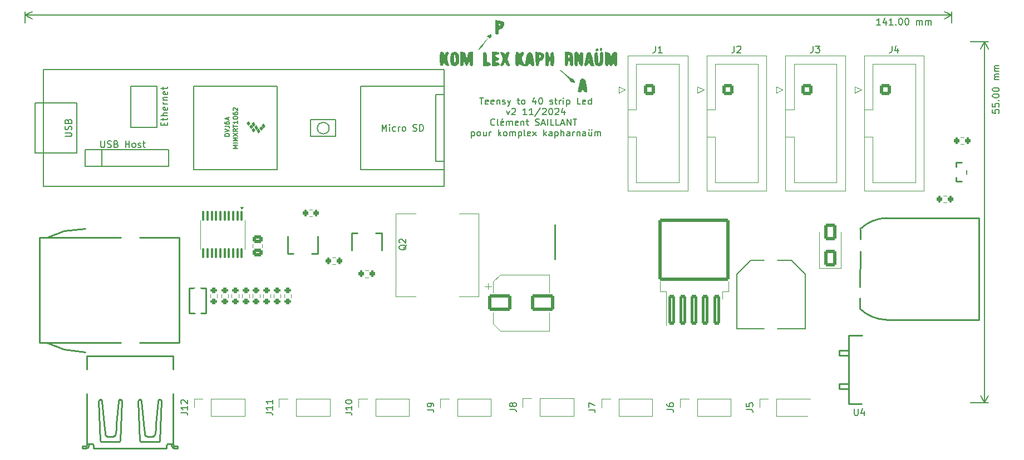
<source format=gbr>
%TF.GenerationSoftware,KiCad,Pcbnew,8.0.3*%
%TF.CreationDate,2024-11-25T10:27:06+01:00*%
%TF.ProjectId,Teensy Board,5465656e-7379-4204-926f-6172642e6b69,rev?*%
%TF.SameCoordinates,Original*%
%TF.FileFunction,Legend,Top*%
%TF.FilePolarity,Positive*%
%FSLAX46Y46*%
G04 Gerber Fmt 4.6, Leading zero omitted, Abs format (unit mm)*
G04 Created by KiCad (PCBNEW 8.0.3) date 2024-11-25 10:27:06*
%MOMM*%
%LPD*%
G01*
G04 APERTURE LIST*
G04 Aperture macros list*
%AMRoundRect*
0 Rectangle with rounded corners*
0 $1 Rounding radius*
0 $2 $3 $4 $5 $6 $7 $8 $9 X,Y pos of 4 corners*
0 Add a 4 corners polygon primitive as box body*
4,1,4,$2,$3,$4,$5,$6,$7,$8,$9,$2,$3,0*
0 Add four circle primitives for the rounded corners*
1,1,$1+$1,$2,$3*
1,1,$1+$1,$4,$5*
1,1,$1+$1,$6,$7*
1,1,$1+$1,$8,$9*
0 Add four rect primitives between the rounded corners*
20,1,$1+$1,$2,$3,$4,$5,0*
20,1,$1+$1,$4,$5,$6,$7,0*
20,1,$1+$1,$6,$7,$8,$9,0*
20,1,$1+$1,$8,$9,$2,$3,0*%
G04 Aperture macros list end*
%ADD10C,0.150000*%
%ADD11C,0.120000*%
%ADD12C,0.000000*%
%ADD13C,0.250000*%
%ADD14C,0.200000*%
%ADD15C,0.100000*%
%ADD16R,1.700000X1.700000*%
%ADD17O,1.700000X1.700000*%
%ADD18RoundRect,0.250000X0.300000X-2.050000X0.300000X2.050000X-0.300000X2.050000X-0.300000X-2.050000X0*%
%ADD19RoundRect,0.250002X5.149998X-4.449998X5.149998X4.449998X-5.149998X4.449998X-5.149998X-4.449998X0*%
%ADD20RoundRect,0.200000X-0.200000X-0.275000X0.200000X-0.275000X0.200000X0.275000X-0.200000X0.275000X0*%
%ADD21C,2.300000*%
%ADD22RoundRect,0.200000X0.200000X0.275000X-0.200000X0.275000X-0.200000X-0.275000X0.200000X-0.275000X0*%
%ADD23RoundRect,0.250000X-0.600000X-0.600000X0.600000X-0.600000X0.600000X0.600000X-0.600000X0.600000X0*%
%ADD24C,1.700000*%
%ADD25RoundRect,0.200000X-0.275000X0.200000X-0.275000X-0.200000X0.275000X-0.200000X0.275000X0.200000X0*%
%ADD26R,5.400000X2.900000*%
%ADD27C,3.800000*%
%ADD28O,2.200000X1.200000*%
%ADD29C,1.600000*%
%ADD30O,0.700000X1.900000*%
%ADD31O,0.700000X2.100000*%
%ADD32O,2.000000X2.800000*%
%ADD33RoundRect,0.250000X-1.500000X-1.000000X1.500000X-1.000000X1.500000X1.000000X-1.500000X1.000000X0*%
%ADD34R,3.800000X1.400000*%
%ADD35R,8.800000X10.700000*%
%ADD36C,1.500000*%
%ADD37C,3.100000*%
%ADD38R,1.650000X4.500000*%
%ADD39C,3.600000*%
%ADD40C,5.600000*%
%ADD41RoundRect,0.100000X-0.100000X0.637500X-0.100000X-0.637500X0.100000X-0.637500X0.100000X0.637500X0*%
%ADD42RoundRect,0.250000X0.650000X-1.000000X0.650000X1.000000X-0.650000X1.000000X-0.650000X-1.000000X0*%
%ADD43C,3.250000*%
%ADD44C,1.520000*%
%ADD45C,2.500000*%
%ADD46R,1.250000X0.700000*%
%ADD47RoundRect,0.250000X0.475000X-0.337500X0.475000X0.337500X-0.475000X0.337500X-0.475000X-0.337500X0*%
%ADD48R,1.600000X1.600000*%
%ADD49R,1.300000X1.300000*%
%ADD50C,1.300000*%
G04 APERTURE END LIST*
D10*
X103178570Y-76039987D02*
X103749998Y-76039987D01*
X103464284Y-77039987D02*
X103464284Y-76039987D01*
X104464284Y-76992368D02*
X104369046Y-77039987D01*
X104369046Y-77039987D02*
X104178570Y-77039987D01*
X104178570Y-77039987D02*
X104083332Y-76992368D01*
X104083332Y-76992368D02*
X104035713Y-76897129D01*
X104035713Y-76897129D02*
X104035713Y-76516177D01*
X104035713Y-76516177D02*
X104083332Y-76420939D01*
X104083332Y-76420939D02*
X104178570Y-76373320D01*
X104178570Y-76373320D02*
X104369046Y-76373320D01*
X104369046Y-76373320D02*
X104464284Y-76420939D01*
X104464284Y-76420939D02*
X104511903Y-76516177D01*
X104511903Y-76516177D02*
X104511903Y-76611415D01*
X104511903Y-76611415D02*
X104035713Y-76706653D01*
X105321427Y-76992368D02*
X105226189Y-77039987D01*
X105226189Y-77039987D02*
X105035713Y-77039987D01*
X105035713Y-77039987D02*
X104940475Y-76992368D01*
X104940475Y-76992368D02*
X104892856Y-76897129D01*
X104892856Y-76897129D02*
X104892856Y-76516177D01*
X104892856Y-76516177D02*
X104940475Y-76420939D01*
X104940475Y-76420939D02*
X105035713Y-76373320D01*
X105035713Y-76373320D02*
X105226189Y-76373320D01*
X105226189Y-76373320D02*
X105321427Y-76420939D01*
X105321427Y-76420939D02*
X105369046Y-76516177D01*
X105369046Y-76516177D02*
X105369046Y-76611415D01*
X105369046Y-76611415D02*
X104892856Y-76706653D01*
X105797618Y-76373320D02*
X105797618Y-77039987D01*
X105797618Y-76468558D02*
X105845237Y-76420939D01*
X105845237Y-76420939D02*
X105940475Y-76373320D01*
X105940475Y-76373320D02*
X106083332Y-76373320D01*
X106083332Y-76373320D02*
X106178570Y-76420939D01*
X106178570Y-76420939D02*
X106226189Y-76516177D01*
X106226189Y-76516177D02*
X106226189Y-77039987D01*
X106654761Y-76992368D02*
X106749999Y-77039987D01*
X106749999Y-77039987D02*
X106940475Y-77039987D01*
X106940475Y-77039987D02*
X107035713Y-76992368D01*
X107035713Y-76992368D02*
X107083332Y-76897129D01*
X107083332Y-76897129D02*
X107083332Y-76849510D01*
X107083332Y-76849510D02*
X107035713Y-76754272D01*
X107035713Y-76754272D02*
X106940475Y-76706653D01*
X106940475Y-76706653D02*
X106797618Y-76706653D01*
X106797618Y-76706653D02*
X106702380Y-76659034D01*
X106702380Y-76659034D02*
X106654761Y-76563796D01*
X106654761Y-76563796D02*
X106654761Y-76516177D01*
X106654761Y-76516177D02*
X106702380Y-76420939D01*
X106702380Y-76420939D02*
X106797618Y-76373320D01*
X106797618Y-76373320D02*
X106940475Y-76373320D01*
X106940475Y-76373320D02*
X107035713Y-76420939D01*
X107416666Y-76373320D02*
X107654761Y-77039987D01*
X107892856Y-76373320D02*
X107654761Y-77039987D01*
X107654761Y-77039987D02*
X107559523Y-77278082D01*
X107559523Y-77278082D02*
X107511904Y-77325701D01*
X107511904Y-77325701D02*
X107416666Y-77373320D01*
X108892857Y-76373320D02*
X109273809Y-76373320D01*
X109035714Y-76039987D02*
X109035714Y-76897129D01*
X109035714Y-76897129D02*
X109083333Y-76992368D01*
X109083333Y-76992368D02*
X109178571Y-77039987D01*
X109178571Y-77039987D02*
X109273809Y-77039987D01*
X109750000Y-77039987D02*
X109654762Y-76992368D01*
X109654762Y-76992368D02*
X109607143Y-76944748D01*
X109607143Y-76944748D02*
X109559524Y-76849510D01*
X109559524Y-76849510D02*
X109559524Y-76563796D01*
X109559524Y-76563796D02*
X109607143Y-76468558D01*
X109607143Y-76468558D02*
X109654762Y-76420939D01*
X109654762Y-76420939D02*
X109750000Y-76373320D01*
X109750000Y-76373320D02*
X109892857Y-76373320D01*
X109892857Y-76373320D02*
X109988095Y-76420939D01*
X109988095Y-76420939D02*
X110035714Y-76468558D01*
X110035714Y-76468558D02*
X110083333Y-76563796D01*
X110083333Y-76563796D02*
X110083333Y-76849510D01*
X110083333Y-76849510D02*
X110035714Y-76944748D01*
X110035714Y-76944748D02*
X109988095Y-76992368D01*
X109988095Y-76992368D02*
X109892857Y-77039987D01*
X109892857Y-77039987D02*
X109750000Y-77039987D01*
X111702381Y-76373320D02*
X111702381Y-77039987D01*
X111464286Y-75992368D02*
X111226191Y-76706653D01*
X111226191Y-76706653D02*
X111845238Y-76706653D01*
X112416667Y-76039987D02*
X112511905Y-76039987D01*
X112511905Y-76039987D02*
X112607143Y-76087606D01*
X112607143Y-76087606D02*
X112654762Y-76135225D01*
X112654762Y-76135225D02*
X112702381Y-76230463D01*
X112702381Y-76230463D02*
X112750000Y-76420939D01*
X112750000Y-76420939D02*
X112750000Y-76659034D01*
X112750000Y-76659034D02*
X112702381Y-76849510D01*
X112702381Y-76849510D02*
X112654762Y-76944748D01*
X112654762Y-76944748D02*
X112607143Y-76992368D01*
X112607143Y-76992368D02*
X112511905Y-77039987D01*
X112511905Y-77039987D02*
X112416667Y-77039987D01*
X112416667Y-77039987D02*
X112321429Y-76992368D01*
X112321429Y-76992368D02*
X112273810Y-76944748D01*
X112273810Y-76944748D02*
X112226191Y-76849510D01*
X112226191Y-76849510D02*
X112178572Y-76659034D01*
X112178572Y-76659034D02*
X112178572Y-76420939D01*
X112178572Y-76420939D02*
X112226191Y-76230463D01*
X112226191Y-76230463D02*
X112273810Y-76135225D01*
X112273810Y-76135225D02*
X112321429Y-76087606D01*
X112321429Y-76087606D02*
X112416667Y-76039987D01*
X113892858Y-76992368D02*
X113988096Y-77039987D01*
X113988096Y-77039987D02*
X114178572Y-77039987D01*
X114178572Y-77039987D02*
X114273810Y-76992368D01*
X114273810Y-76992368D02*
X114321429Y-76897129D01*
X114321429Y-76897129D02*
X114321429Y-76849510D01*
X114321429Y-76849510D02*
X114273810Y-76754272D01*
X114273810Y-76754272D02*
X114178572Y-76706653D01*
X114178572Y-76706653D02*
X114035715Y-76706653D01*
X114035715Y-76706653D02*
X113940477Y-76659034D01*
X113940477Y-76659034D02*
X113892858Y-76563796D01*
X113892858Y-76563796D02*
X113892858Y-76516177D01*
X113892858Y-76516177D02*
X113940477Y-76420939D01*
X113940477Y-76420939D02*
X114035715Y-76373320D01*
X114035715Y-76373320D02*
X114178572Y-76373320D01*
X114178572Y-76373320D02*
X114273810Y-76420939D01*
X114607144Y-76373320D02*
X114988096Y-76373320D01*
X114750001Y-76039987D02*
X114750001Y-76897129D01*
X114750001Y-76897129D02*
X114797620Y-76992368D01*
X114797620Y-76992368D02*
X114892858Y-77039987D01*
X114892858Y-77039987D02*
X114988096Y-77039987D01*
X115321430Y-77039987D02*
X115321430Y-76373320D01*
X115321430Y-76563796D02*
X115369049Y-76468558D01*
X115369049Y-76468558D02*
X115416668Y-76420939D01*
X115416668Y-76420939D02*
X115511906Y-76373320D01*
X115511906Y-76373320D02*
X115607144Y-76373320D01*
X115940478Y-77039987D02*
X115940478Y-76373320D01*
X115940478Y-76039987D02*
X115892859Y-76087606D01*
X115892859Y-76087606D02*
X115940478Y-76135225D01*
X115940478Y-76135225D02*
X115988097Y-76087606D01*
X115988097Y-76087606D02*
X115940478Y-76039987D01*
X115940478Y-76039987D02*
X115940478Y-76135225D01*
X116416668Y-76373320D02*
X116416668Y-77373320D01*
X116416668Y-76420939D02*
X116511906Y-76373320D01*
X116511906Y-76373320D02*
X116702382Y-76373320D01*
X116702382Y-76373320D02*
X116797620Y-76420939D01*
X116797620Y-76420939D02*
X116845239Y-76468558D01*
X116845239Y-76468558D02*
X116892858Y-76563796D01*
X116892858Y-76563796D02*
X116892858Y-76849510D01*
X116892858Y-76849510D02*
X116845239Y-76944748D01*
X116845239Y-76944748D02*
X116797620Y-76992368D01*
X116797620Y-76992368D02*
X116702382Y-77039987D01*
X116702382Y-77039987D02*
X116511906Y-77039987D01*
X116511906Y-77039987D02*
X116416668Y-76992368D01*
X118559525Y-77039987D02*
X118083335Y-77039987D01*
X118083335Y-77039987D02*
X118083335Y-76039987D01*
X119273811Y-76992368D02*
X119178573Y-77039987D01*
X119178573Y-77039987D02*
X118988097Y-77039987D01*
X118988097Y-77039987D02*
X118892859Y-76992368D01*
X118892859Y-76992368D02*
X118845240Y-76897129D01*
X118845240Y-76897129D02*
X118845240Y-76516177D01*
X118845240Y-76516177D02*
X118892859Y-76420939D01*
X118892859Y-76420939D02*
X118988097Y-76373320D01*
X118988097Y-76373320D02*
X119178573Y-76373320D01*
X119178573Y-76373320D02*
X119273811Y-76420939D01*
X119273811Y-76420939D02*
X119321430Y-76516177D01*
X119321430Y-76516177D02*
X119321430Y-76611415D01*
X119321430Y-76611415D02*
X118845240Y-76706653D01*
X120178573Y-77039987D02*
X120178573Y-76039987D01*
X120178573Y-76992368D02*
X120083335Y-77039987D01*
X120083335Y-77039987D02*
X119892859Y-77039987D01*
X119892859Y-77039987D02*
X119797621Y-76992368D01*
X119797621Y-76992368D02*
X119750002Y-76944748D01*
X119750002Y-76944748D02*
X119702383Y-76849510D01*
X119702383Y-76849510D02*
X119702383Y-76563796D01*
X119702383Y-76563796D02*
X119750002Y-76468558D01*
X119750002Y-76468558D02*
X119797621Y-76420939D01*
X119797621Y-76420939D02*
X119892859Y-76373320D01*
X119892859Y-76373320D02*
X120083335Y-76373320D01*
X120083335Y-76373320D02*
X120178573Y-76420939D01*
X107273809Y-77983264D02*
X107511904Y-78649931D01*
X107511904Y-78649931D02*
X107749999Y-77983264D01*
X108083333Y-77745169D02*
X108130952Y-77697550D01*
X108130952Y-77697550D02*
X108226190Y-77649931D01*
X108226190Y-77649931D02*
X108464285Y-77649931D01*
X108464285Y-77649931D02*
X108559523Y-77697550D01*
X108559523Y-77697550D02*
X108607142Y-77745169D01*
X108607142Y-77745169D02*
X108654761Y-77840407D01*
X108654761Y-77840407D02*
X108654761Y-77935645D01*
X108654761Y-77935645D02*
X108607142Y-78078502D01*
X108607142Y-78078502D02*
X108035714Y-78649931D01*
X108035714Y-78649931D02*
X108654761Y-78649931D01*
X110369047Y-78649931D02*
X109797619Y-78649931D01*
X110083333Y-78649931D02*
X110083333Y-77649931D01*
X110083333Y-77649931D02*
X109988095Y-77792788D01*
X109988095Y-77792788D02*
X109892857Y-77888026D01*
X109892857Y-77888026D02*
X109797619Y-77935645D01*
X111321428Y-78649931D02*
X110750000Y-78649931D01*
X111035714Y-78649931D02*
X111035714Y-77649931D01*
X111035714Y-77649931D02*
X110940476Y-77792788D01*
X110940476Y-77792788D02*
X110845238Y-77888026D01*
X110845238Y-77888026D02*
X110750000Y-77935645D01*
X112464285Y-77602312D02*
X111607143Y-78888026D01*
X112750000Y-77745169D02*
X112797619Y-77697550D01*
X112797619Y-77697550D02*
X112892857Y-77649931D01*
X112892857Y-77649931D02*
X113130952Y-77649931D01*
X113130952Y-77649931D02*
X113226190Y-77697550D01*
X113226190Y-77697550D02*
X113273809Y-77745169D01*
X113273809Y-77745169D02*
X113321428Y-77840407D01*
X113321428Y-77840407D02*
X113321428Y-77935645D01*
X113321428Y-77935645D02*
X113273809Y-78078502D01*
X113273809Y-78078502D02*
X112702381Y-78649931D01*
X112702381Y-78649931D02*
X113321428Y-78649931D01*
X113940476Y-77649931D02*
X114035714Y-77649931D01*
X114035714Y-77649931D02*
X114130952Y-77697550D01*
X114130952Y-77697550D02*
X114178571Y-77745169D01*
X114178571Y-77745169D02*
X114226190Y-77840407D01*
X114226190Y-77840407D02*
X114273809Y-78030883D01*
X114273809Y-78030883D02*
X114273809Y-78268978D01*
X114273809Y-78268978D02*
X114226190Y-78459454D01*
X114226190Y-78459454D02*
X114178571Y-78554692D01*
X114178571Y-78554692D02*
X114130952Y-78602312D01*
X114130952Y-78602312D02*
X114035714Y-78649931D01*
X114035714Y-78649931D02*
X113940476Y-78649931D01*
X113940476Y-78649931D02*
X113845238Y-78602312D01*
X113845238Y-78602312D02*
X113797619Y-78554692D01*
X113797619Y-78554692D02*
X113750000Y-78459454D01*
X113750000Y-78459454D02*
X113702381Y-78268978D01*
X113702381Y-78268978D02*
X113702381Y-78030883D01*
X113702381Y-78030883D02*
X113750000Y-77840407D01*
X113750000Y-77840407D02*
X113797619Y-77745169D01*
X113797619Y-77745169D02*
X113845238Y-77697550D01*
X113845238Y-77697550D02*
X113940476Y-77649931D01*
X114654762Y-77745169D02*
X114702381Y-77697550D01*
X114702381Y-77697550D02*
X114797619Y-77649931D01*
X114797619Y-77649931D02*
X115035714Y-77649931D01*
X115035714Y-77649931D02*
X115130952Y-77697550D01*
X115130952Y-77697550D02*
X115178571Y-77745169D01*
X115178571Y-77745169D02*
X115226190Y-77840407D01*
X115226190Y-77840407D02*
X115226190Y-77935645D01*
X115226190Y-77935645D02*
X115178571Y-78078502D01*
X115178571Y-78078502D02*
X114607143Y-78649931D01*
X114607143Y-78649931D02*
X115226190Y-78649931D01*
X116083333Y-77983264D02*
X116083333Y-78649931D01*
X115845238Y-77602312D02*
X115607143Y-78316597D01*
X115607143Y-78316597D02*
X116226190Y-78316597D01*
X105488094Y-80164636D02*
X105440475Y-80212256D01*
X105440475Y-80212256D02*
X105297618Y-80259875D01*
X105297618Y-80259875D02*
X105202380Y-80259875D01*
X105202380Y-80259875D02*
X105059523Y-80212256D01*
X105059523Y-80212256D02*
X104964285Y-80117017D01*
X104964285Y-80117017D02*
X104916666Y-80021779D01*
X104916666Y-80021779D02*
X104869047Y-79831303D01*
X104869047Y-79831303D02*
X104869047Y-79688446D01*
X104869047Y-79688446D02*
X104916666Y-79497970D01*
X104916666Y-79497970D02*
X104964285Y-79402732D01*
X104964285Y-79402732D02*
X105059523Y-79307494D01*
X105059523Y-79307494D02*
X105202380Y-79259875D01*
X105202380Y-79259875D02*
X105297618Y-79259875D01*
X105297618Y-79259875D02*
X105440475Y-79307494D01*
X105440475Y-79307494D02*
X105488094Y-79355113D01*
X106059523Y-80259875D02*
X105964285Y-80212256D01*
X105964285Y-80212256D02*
X105916666Y-80117017D01*
X105916666Y-80117017D02*
X105916666Y-79259875D01*
X106821428Y-80212256D02*
X106726190Y-80259875D01*
X106726190Y-80259875D02*
X106535714Y-80259875D01*
X106535714Y-80259875D02*
X106440476Y-80212256D01*
X106440476Y-80212256D02*
X106392857Y-80117017D01*
X106392857Y-80117017D02*
X106392857Y-79736065D01*
X106392857Y-79736065D02*
X106440476Y-79640827D01*
X106440476Y-79640827D02*
X106535714Y-79593208D01*
X106535714Y-79593208D02*
X106726190Y-79593208D01*
X106726190Y-79593208D02*
X106821428Y-79640827D01*
X106821428Y-79640827D02*
X106869047Y-79736065D01*
X106869047Y-79736065D02*
X106869047Y-79831303D01*
X106869047Y-79831303D02*
X106392857Y-79926541D01*
X106726190Y-79212256D02*
X106583333Y-79355113D01*
X107297619Y-80259875D02*
X107297619Y-79593208D01*
X107297619Y-79688446D02*
X107345238Y-79640827D01*
X107345238Y-79640827D02*
X107440476Y-79593208D01*
X107440476Y-79593208D02*
X107583333Y-79593208D01*
X107583333Y-79593208D02*
X107678571Y-79640827D01*
X107678571Y-79640827D02*
X107726190Y-79736065D01*
X107726190Y-79736065D02*
X107726190Y-80259875D01*
X107726190Y-79736065D02*
X107773809Y-79640827D01*
X107773809Y-79640827D02*
X107869047Y-79593208D01*
X107869047Y-79593208D02*
X108011904Y-79593208D01*
X108011904Y-79593208D02*
X108107143Y-79640827D01*
X108107143Y-79640827D02*
X108154762Y-79736065D01*
X108154762Y-79736065D02*
X108154762Y-80259875D01*
X109011904Y-80212256D02*
X108916666Y-80259875D01*
X108916666Y-80259875D02*
X108726190Y-80259875D01*
X108726190Y-80259875D02*
X108630952Y-80212256D01*
X108630952Y-80212256D02*
X108583333Y-80117017D01*
X108583333Y-80117017D02*
X108583333Y-79736065D01*
X108583333Y-79736065D02*
X108630952Y-79640827D01*
X108630952Y-79640827D02*
X108726190Y-79593208D01*
X108726190Y-79593208D02*
X108916666Y-79593208D01*
X108916666Y-79593208D02*
X109011904Y-79640827D01*
X109011904Y-79640827D02*
X109059523Y-79736065D01*
X109059523Y-79736065D02*
X109059523Y-79831303D01*
X109059523Y-79831303D02*
X108583333Y-79926541D01*
X109488095Y-79593208D02*
X109488095Y-80259875D01*
X109488095Y-79688446D02*
X109535714Y-79640827D01*
X109535714Y-79640827D02*
X109630952Y-79593208D01*
X109630952Y-79593208D02*
X109773809Y-79593208D01*
X109773809Y-79593208D02*
X109869047Y-79640827D01*
X109869047Y-79640827D02*
X109916666Y-79736065D01*
X109916666Y-79736065D02*
X109916666Y-80259875D01*
X110250000Y-79593208D02*
X110630952Y-79593208D01*
X110392857Y-79259875D02*
X110392857Y-80117017D01*
X110392857Y-80117017D02*
X110440476Y-80212256D01*
X110440476Y-80212256D02*
X110535714Y-80259875D01*
X110535714Y-80259875D02*
X110630952Y-80259875D01*
X111678572Y-80212256D02*
X111821429Y-80259875D01*
X111821429Y-80259875D02*
X112059524Y-80259875D01*
X112059524Y-80259875D02*
X112154762Y-80212256D01*
X112154762Y-80212256D02*
X112202381Y-80164636D01*
X112202381Y-80164636D02*
X112250000Y-80069398D01*
X112250000Y-80069398D02*
X112250000Y-79974160D01*
X112250000Y-79974160D02*
X112202381Y-79878922D01*
X112202381Y-79878922D02*
X112154762Y-79831303D01*
X112154762Y-79831303D02*
X112059524Y-79783684D01*
X112059524Y-79783684D02*
X111869048Y-79736065D01*
X111869048Y-79736065D02*
X111773810Y-79688446D01*
X111773810Y-79688446D02*
X111726191Y-79640827D01*
X111726191Y-79640827D02*
X111678572Y-79545589D01*
X111678572Y-79545589D02*
X111678572Y-79450351D01*
X111678572Y-79450351D02*
X111726191Y-79355113D01*
X111726191Y-79355113D02*
X111773810Y-79307494D01*
X111773810Y-79307494D02*
X111869048Y-79259875D01*
X111869048Y-79259875D02*
X112107143Y-79259875D01*
X112107143Y-79259875D02*
X112250000Y-79307494D01*
X112630953Y-79974160D02*
X113107143Y-79974160D01*
X112535715Y-80259875D02*
X112869048Y-79259875D01*
X112869048Y-79259875D02*
X113202381Y-80259875D01*
X113535715Y-80259875D02*
X113535715Y-79259875D01*
X114488095Y-80259875D02*
X114011905Y-80259875D01*
X114011905Y-80259875D02*
X114011905Y-79259875D01*
X115297619Y-80259875D02*
X114821429Y-80259875D01*
X114821429Y-80259875D02*
X114821429Y-79259875D01*
X115583334Y-79974160D02*
X116059524Y-79974160D01*
X115488096Y-80259875D02*
X115821429Y-79259875D01*
X115821429Y-79259875D02*
X116154762Y-80259875D01*
X116488096Y-80259875D02*
X116488096Y-79259875D01*
X116488096Y-79259875D02*
X117059524Y-80259875D01*
X117059524Y-80259875D02*
X117059524Y-79259875D01*
X117392858Y-79259875D02*
X117964286Y-79259875D01*
X117678572Y-80259875D02*
X117678572Y-79259875D01*
X101940475Y-81203152D02*
X101940475Y-82203152D01*
X101940475Y-81250771D02*
X102035713Y-81203152D01*
X102035713Y-81203152D02*
X102226189Y-81203152D01*
X102226189Y-81203152D02*
X102321427Y-81250771D01*
X102321427Y-81250771D02*
X102369046Y-81298390D01*
X102369046Y-81298390D02*
X102416665Y-81393628D01*
X102416665Y-81393628D02*
X102416665Y-81679342D01*
X102416665Y-81679342D02*
X102369046Y-81774580D01*
X102369046Y-81774580D02*
X102321427Y-81822200D01*
X102321427Y-81822200D02*
X102226189Y-81869819D01*
X102226189Y-81869819D02*
X102035713Y-81869819D01*
X102035713Y-81869819D02*
X101940475Y-81822200D01*
X102988094Y-81869819D02*
X102892856Y-81822200D01*
X102892856Y-81822200D02*
X102845237Y-81774580D01*
X102845237Y-81774580D02*
X102797618Y-81679342D01*
X102797618Y-81679342D02*
X102797618Y-81393628D01*
X102797618Y-81393628D02*
X102845237Y-81298390D01*
X102845237Y-81298390D02*
X102892856Y-81250771D01*
X102892856Y-81250771D02*
X102988094Y-81203152D01*
X102988094Y-81203152D02*
X103130951Y-81203152D01*
X103130951Y-81203152D02*
X103226189Y-81250771D01*
X103226189Y-81250771D02*
X103273808Y-81298390D01*
X103273808Y-81298390D02*
X103321427Y-81393628D01*
X103321427Y-81393628D02*
X103321427Y-81679342D01*
X103321427Y-81679342D02*
X103273808Y-81774580D01*
X103273808Y-81774580D02*
X103226189Y-81822200D01*
X103226189Y-81822200D02*
X103130951Y-81869819D01*
X103130951Y-81869819D02*
X102988094Y-81869819D01*
X104178570Y-81203152D02*
X104178570Y-81869819D01*
X103749999Y-81203152D02*
X103749999Y-81726961D01*
X103749999Y-81726961D02*
X103797618Y-81822200D01*
X103797618Y-81822200D02*
X103892856Y-81869819D01*
X103892856Y-81869819D02*
X104035713Y-81869819D01*
X104035713Y-81869819D02*
X104130951Y-81822200D01*
X104130951Y-81822200D02*
X104178570Y-81774580D01*
X104654761Y-81869819D02*
X104654761Y-81203152D01*
X104654761Y-81393628D02*
X104702380Y-81298390D01*
X104702380Y-81298390D02*
X104749999Y-81250771D01*
X104749999Y-81250771D02*
X104845237Y-81203152D01*
X104845237Y-81203152D02*
X104940475Y-81203152D01*
X106035714Y-81869819D02*
X106035714Y-80869819D01*
X106130952Y-81488866D02*
X106416666Y-81869819D01*
X106416666Y-81203152D02*
X106035714Y-81584104D01*
X106988095Y-81869819D02*
X106892857Y-81822200D01*
X106892857Y-81822200D02*
X106845238Y-81774580D01*
X106845238Y-81774580D02*
X106797619Y-81679342D01*
X106797619Y-81679342D02*
X106797619Y-81393628D01*
X106797619Y-81393628D02*
X106845238Y-81298390D01*
X106845238Y-81298390D02*
X106892857Y-81250771D01*
X106892857Y-81250771D02*
X106988095Y-81203152D01*
X106988095Y-81203152D02*
X107130952Y-81203152D01*
X107130952Y-81203152D02*
X107226190Y-81250771D01*
X107226190Y-81250771D02*
X107273809Y-81298390D01*
X107273809Y-81298390D02*
X107321428Y-81393628D01*
X107321428Y-81393628D02*
X107321428Y-81679342D01*
X107321428Y-81679342D02*
X107273809Y-81774580D01*
X107273809Y-81774580D02*
X107226190Y-81822200D01*
X107226190Y-81822200D02*
X107130952Y-81869819D01*
X107130952Y-81869819D02*
X106988095Y-81869819D01*
X107750000Y-81869819D02*
X107750000Y-81203152D01*
X107750000Y-81298390D02*
X107797619Y-81250771D01*
X107797619Y-81250771D02*
X107892857Y-81203152D01*
X107892857Y-81203152D02*
X108035714Y-81203152D01*
X108035714Y-81203152D02*
X108130952Y-81250771D01*
X108130952Y-81250771D02*
X108178571Y-81346009D01*
X108178571Y-81346009D02*
X108178571Y-81869819D01*
X108178571Y-81346009D02*
X108226190Y-81250771D01*
X108226190Y-81250771D02*
X108321428Y-81203152D01*
X108321428Y-81203152D02*
X108464285Y-81203152D01*
X108464285Y-81203152D02*
X108559524Y-81250771D01*
X108559524Y-81250771D02*
X108607143Y-81346009D01*
X108607143Y-81346009D02*
X108607143Y-81869819D01*
X109083333Y-81203152D02*
X109083333Y-82203152D01*
X109083333Y-81250771D02*
X109178571Y-81203152D01*
X109178571Y-81203152D02*
X109369047Y-81203152D01*
X109369047Y-81203152D02*
X109464285Y-81250771D01*
X109464285Y-81250771D02*
X109511904Y-81298390D01*
X109511904Y-81298390D02*
X109559523Y-81393628D01*
X109559523Y-81393628D02*
X109559523Y-81679342D01*
X109559523Y-81679342D02*
X109511904Y-81774580D01*
X109511904Y-81774580D02*
X109464285Y-81822200D01*
X109464285Y-81822200D02*
X109369047Y-81869819D01*
X109369047Y-81869819D02*
X109178571Y-81869819D01*
X109178571Y-81869819D02*
X109083333Y-81822200D01*
X110130952Y-81869819D02*
X110035714Y-81822200D01*
X110035714Y-81822200D02*
X109988095Y-81726961D01*
X109988095Y-81726961D02*
X109988095Y-80869819D01*
X110892857Y-81822200D02*
X110797619Y-81869819D01*
X110797619Y-81869819D02*
X110607143Y-81869819D01*
X110607143Y-81869819D02*
X110511905Y-81822200D01*
X110511905Y-81822200D02*
X110464286Y-81726961D01*
X110464286Y-81726961D02*
X110464286Y-81346009D01*
X110464286Y-81346009D02*
X110511905Y-81250771D01*
X110511905Y-81250771D02*
X110607143Y-81203152D01*
X110607143Y-81203152D02*
X110797619Y-81203152D01*
X110797619Y-81203152D02*
X110892857Y-81250771D01*
X110892857Y-81250771D02*
X110940476Y-81346009D01*
X110940476Y-81346009D02*
X110940476Y-81441247D01*
X110940476Y-81441247D02*
X110464286Y-81536485D01*
X111273810Y-81869819D02*
X111797619Y-81203152D01*
X111273810Y-81203152D02*
X111797619Y-81869819D01*
X112940477Y-81869819D02*
X112940477Y-80869819D01*
X113035715Y-81488866D02*
X113321429Y-81869819D01*
X113321429Y-81203152D02*
X112940477Y-81584104D01*
X114178572Y-81869819D02*
X114178572Y-81346009D01*
X114178572Y-81346009D02*
X114130953Y-81250771D01*
X114130953Y-81250771D02*
X114035715Y-81203152D01*
X114035715Y-81203152D02*
X113845239Y-81203152D01*
X113845239Y-81203152D02*
X113750001Y-81250771D01*
X114178572Y-81822200D02*
X114083334Y-81869819D01*
X114083334Y-81869819D02*
X113845239Y-81869819D01*
X113845239Y-81869819D02*
X113750001Y-81822200D01*
X113750001Y-81822200D02*
X113702382Y-81726961D01*
X113702382Y-81726961D02*
X113702382Y-81631723D01*
X113702382Y-81631723D02*
X113750001Y-81536485D01*
X113750001Y-81536485D02*
X113845239Y-81488866D01*
X113845239Y-81488866D02*
X114083334Y-81488866D01*
X114083334Y-81488866D02*
X114178572Y-81441247D01*
X114654763Y-81203152D02*
X114654763Y-82203152D01*
X114654763Y-81250771D02*
X114750001Y-81203152D01*
X114750001Y-81203152D02*
X114940477Y-81203152D01*
X114940477Y-81203152D02*
X115035715Y-81250771D01*
X115035715Y-81250771D02*
X115083334Y-81298390D01*
X115083334Y-81298390D02*
X115130953Y-81393628D01*
X115130953Y-81393628D02*
X115130953Y-81679342D01*
X115130953Y-81679342D02*
X115083334Y-81774580D01*
X115083334Y-81774580D02*
X115035715Y-81822200D01*
X115035715Y-81822200D02*
X114940477Y-81869819D01*
X114940477Y-81869819D02*
X114750001Y-81869819D01*
X114750001Y-81869819D02*
X114654763Y-81822200D01*
X115559525Y-81869819D02*
X115559525Y-80869819D01*
X115988096Y-81869819D02*
X115988096Y-81346009D01*
X115988096Y-81346009D02*
X115940477Y-81250771D01*
X115940477Y-81250771D02*
X115845239Y-81203152D01*
X115845239Y-81203152D02*
X115702382Y-81203152D01*
X115702382Y-81203152D02*
X115607144Y-81250771D01*
X115607144Y-81250771D02*
X115559525Y-81298390D01*
X116892858Y-81869819D02*
X116892858Y-81346009D01*
X116892858Y-81346009D02*
X116845239Y-81250771D01*
X116845239Y-81250771D02*
X116750001Y-81203152D01*
X116750001Y-81203152D02*
X116559525Y-81203152D01*
X116559525Y-81203152D02*
X116464287Y-81250771D01*
X116892858Y-81822200D02*
X116797620Y-81869819D01*
X116797620Y-81869819D02*
X116559525Y-81869819D01*
X116559525Y-81869819D02*
X116464287Y-81822200D01*
X116464287Y-81822200D02*
X116416668Y-81726961D01*
X116416668Y-81726961D02*
X116416668Y-81631723D01*
X116416668Y-81631723D02*
X116464287Y-81536485D01*
X116464287Y-81536485D02*
X116559525Y-81488866D01*
X116559525Y-81488866D02*
X116797620Y-81488866D01*
X116797620Y-81488866D02*
X116892858Y-81441247D01*
X117369049Y-81869819D02*
X117369049Y-81203152D01*
X117369049Y-81393628D02*
X117416668Y-81298390D01*
X117416668Y-81298390D02*
X117464287Y-81250771D01*
X117464287Y-81250771D02*
X117559525Y-81203152D01*
X117559525Y-81203152D02*
X117654763Y-81203152D01*
X117988097Y-81203152D02*
X117988097Y-81869819D01*
X117988097Y-81298390D02*
X118035716Y-81250771D01*
X118035716Y-81250771D02*
X118130954Y-81203152D01*
X118130954Y-81203152D02*
X118273811Y-81203152D01*
X118273811Y-81203152D02*
X118369049Y-81250771D01*
X118369049Y-81250771D02*
X118416668Y-81346009D01*
X118416668Y-81346009D02*
X118416668Y-81869819D01*
X119321430Y-81869819D02*
X119321430Y-81346009D01*
X119321430Y-81346009D02*
X119273811Y-81250771D01*
X119273811Y-81250771D02*
X119178573Y-81203152D01*
X119178573Y-81203152D02*
X118988097Y-81203152D01*
X118988097Y-81203152D02*
X118892859Y-81250771D01*
X119321430Y-81822200D02*
X119226192Y-81869819D01*
X119226192Y-81869819D02*
X118988097Y-81869819D01*
X118988097Y-81869819D02*
X118892859Y-81822200D01*
X118892859Y-81822200D02*
X118845240Y-81726961D01*
X118845240Y-81726961D02*
X118845240Y-81631723D01*
X118845240Y-81631723D02*
X118892859Y-81536485D01*
X118892859Y-81536485D02*
X118988097Y-81488866D01*
X118988097Y-81488866D02*
X119226192Y-81488866D01*
X119226192Y-81488866D02*
X119321430Y-81441247D01*
X120226192Y-81203152D02*
X120226192Y-81869819D01*
X119797621Y-81203152D02*
X119797621Y-81726961D01*
X119797621Y-81726961D02*
X119845240Y-81822200D01*
X119845240Y-81822200D02*
X119940478Y-81869819D01*
X119940478Y-81869819D02*
X120083335Y-81869819D01*
X120083335Y-81869819D02*
X120178573Y-81822200D01*
X120178573Y-81822200D02*
X120226192Y-81774580D01*
X119845240Y-80869819D02*
X119892859Y-80917438D01*
X119892859Y-80917438D02*
X119845240Y-80965057D01*
X119845240Y-80965057D02*
X119797621Y-80917438D01*
X119797621Y-80917438D02*
X119845240Y-80869819D01*
X119845240Y-80869819D02*
X119845240Y-80965057D01*
X120226192Y-80869819D02*
X120273811Y-80917438D01*
X120273811Y-80917438D02*
X120226192Y-80965057D01*
X120226192Y-80965057D02*
X120178573Y-80917438D01*
X120178573Y-80917438D02*
X120226192Y-80869819D01*
X120226192Y-80869819D02*
X120226192Y-80965057D01*
X120702383Y-81869819D02*
X120702383Y-81203152D01*
X120702383Y-81298390D02*
X120750002Y-81250771D01*
X120750002Y-81250771D02*
X120845240Y-81203152D01*
X120845240Y-81203152D02*
X120988097Y-81203152D01*
X120988097Y-81203152D02*
X121083335Y-81250771D01*
X121083335Y-81250771D02*
X121130954Y-81346009D01*
X121130954Y-81346009D02*
X121130954Y-81869819D01*
X121130954Y-81346009D02*
X121178573Y-81250771D01*
X121178573Y-81250771D02*
X121273811Y-81203152D01*
X121273811Y-81203152D02*
X121416668Y-81203152D01*
X121416668Y-81203152D02*
X121511907Y-81250771D01*
X121511907Y-81250771D02*
X121559526Y-81346009D01*
X121559526Y-81346009D02*
X121559526Y-81869819D01*
X164178571Y-64954819D02*
X163607143Y-64954819D01*
X163892857Y-64954819D02*
X163892857Y-63954819D01*
X163892857Y-63954819D02*
X163797619Y-64097676D01*
X163797619Y-64097676D02*
X163702381Y-64192914D01*
X163702381Y-64192914D02*
X163607143Y-64240533D01*
X165035714Y-64288152D02*
X165035714Y-64954819D01*
X164797619Y-63907200D02*
X164559524Y-64621485D01*
X164559524Y-64621485D02*
X165178571Y-64621485D01*
X166083333Y-64954819D02*
X165511905Y-64954819D01*
X165797619Y-64954819D02*
X165797619Y-63954819D01*
X165797619Y-63954819D02*
X165702381Y-64097676D01*
X165702381Y-64097676D02*
X165607143Y-64192914D01*
X165607143Y-64192914D02*
X165511905Y-64240533D01*
X166511905Y-64859580D02*
X166559524Y-64907200D01*
X166559524Y-64907200D02*
X166511905Y-64954819D01*
X166511905Y-64954819D02*
X166464286Y-64907200D01*
X166464286Y-64907200D02*
X166511905Y-64859580D01*
X166511905Y-64859580D02*
X166511905Y-64954819D01*
X167178571Y-63954819D02*
X167273809Y-63954819D01*
X167273809Y-63954819D02*
X167369047Y-64002438D01*
X167369047Y-64002438D02*
X167416666Y-64050057D01*
X167416666Y-64050057D02*
X167464285Y-64145295D01*
X167464285Y-64145295D02*
X167511904Y-64335771D01*
X167511904Y-64335771D02*
X167511904Y-64573866D01*
X167511904Y-64573866D02*
X167464285Y-64764342D01*
X167464285Y-64764342D02*
X167416666Y-64859580D01*
X167416666Y-64859580D02*
X167369047Y-64907200D01*
X167369047Y-64907200D02*
X167273809Y-64954819D01*
X167273809Y-64954819D02*
X167178571Y-64954819D01*
X167178571Y-64954819D02*
X167083333Y-64907200D01*
X167083333Y-64907200D02*
X167035714Y-64859580D01*
X167035714Y-64859580D02*
X166988095Y-64764342D01*
X166988095Y-64764342D02*
X166940476Y-64573866D01*
X166940476Y-64573866D02*
X166940476Y-64335771D01*
X166940476Y-64335771D02*
X166988095Y-64145295D01*
X166988095Y-64145295D02*
X167035714Y-64050057D01*
X167035714Y-64050057D02*
X167083333Y-64002438D01*
X167083333Y-64002438D02*
X167178571Y-63954819D01*
X168130952Y-63954819D02*
X168226190Y-63954819D01*
X168226190Y-63954819D02*
X168321428Y-64002438D01*
X168321428Y-64002438D02*
X168369047Y-64050057D01*
X168369047Y-64050057D02*
X168416666Y-64145295D01*
X168416666Y-64145295D02*
X168464285Y-64335771D01*
X168464285Y-64335771D02*
X168464285Y-64573866D01*
X168464285Y-64573866D02*
X168416666Y-64764342D01*
X168416666Y-64764342D02*
X168369047Y-64859580D01*
X168369047Y-64859580D02*
X168321428Y-64907200D01*
X168321428Y-64907200D02*
X168226190Y-64954819D01*
X168226190Y-64954819D02*
X168130952Y-64954819D01*
X168130952Y-64954819D02*
X168035714Y-64907200D01*
X168035714Y-64907200D02*
X167988095Y-64859580D01*
X167988095Y-64859580D02*
X167940476Y-64764342D01*
X167940476Y-64764342D02*
X167892857Y-64573866D01*
X167892857Y-64573866D02*
X167892857Y-64335771D01*
X167892857Y-64335771D02*
X167940476Y-64145295D01*
X167940476Y-64145295D02*
X167988095Y-64050057D01*
X167988095Y-64050057D02*
X168035714Y-64002438D01*
X168035714Y-64002438D02*
X168130952Y-63954819D01*
X169654762Y-64954819D02*
X169654762Y-64288152D01*
X169654762Y-64383390D02*
X169702381Y-64335771D01*
X169702381Y-64335771D02*
X169797619Y-64288152D01*
X169797619Y-64288152D02*
X169940476Y-64288152D01*
X169940476Y-64288152D02*
X170035714Y-64335771D01*
X170035714Y-64335771D02*
X170083333Y-64431009D01*
X170083333Y-64431009D02*
X170083333Y-64954819D01*
X170083333Y-64431009D02*
X170130952Y-64335771D01*
X170130952Y-64335771D02*
X170226190Y-64288152D01*
X170226190Y-64288152D02*
X170369047Y-64288152D01*
X170369047Y-64288152D02*
X170464286Y-64335771D01*
X170464286Y-64335771D02*
X170511905Y-64431009D01*
X170511905Y-64431009D02*
X170511905Y-64954819D01*
X170988095Y-64954819D02*
X170988095Y-64288152D01*
X170988095Y-64383390D02*
X171035714Y-64335771D01*
X171035714Y-64335771D02*
X171130952Y-64288152D01*
X171130952Y-64288152D02*
X171273809Y-64288152D01*
X171273809Y-64288152D02*
X171369047Y-64335771D01*
X171369047Y-64335771D02*
X171416666Y-64431009D01*
X171416666Y-64431009D02*
X171416666Y-64954819D01*
X171416666Y-64431009D02*
X171464285Y-64335771D01*
X171464285Y-64335771D02*
X171559523Y-64288152D01*
X171559523Y-64288152D02*
X171702380Y-64288152D01*
X171702380Y-64288152D02*
X171797619Y-64335771D01*
X171797619Y-64335771D02*
X171845238Y-64431009D01*
X171845238Y-64431009D02*
X171845238Y-64954819D01*
X34000000Y-67000000D02*
X34000000Y-62913580D01*
X175000000Y-67000000D02*
X175000000Y-62913580D01*
X34000000Y-63500000D02*
X175000000Y-63500000D01*
X34000000Y-63500000D02*
X175000000Y-63500000D01*
X34000000Y-63500000D02*
X35126504Y-62913579D01*
X34000000Y-63500000D02*
X35126504Y-64086421D01*
X175000000Y-63500000D02*
X173873496Y-64086421D01*
X175000000Y-63500000D02*
X173873496Y-62913579D01*
X181204819Y-77892856D02*
X181204819Y-78369046D01*
X181204819Y-78369046D02*
X181681009Y-78416665D01*
X181681009Y-78416665D02*
X181633390Y-78369046D01*
X181633390Y-78369046D02*
X181585771Y-78273808D01*
X181585771Y-78273808D02*
X181585771Y-78035713D01*
X181585771Y-78035713D02*
X181633390Y-77940475D01*
X181633390Y-77940475D02*
X181681009Y-77892856D01*
X181681009Y-77892856D02*
X181776247Y-77845237D01*
X181776247Y-77845237D02*
X182014342Y-77845237D01*
X182014342Y-77845237D02*
X182109580Y-77892856D01*
X182109580Y-77892856D02*
X182157200Y-77940475D01*
X182157200Y-77940475D02*
X182204819Y-78035713D01*
X182204819Y-78035713D02*
X182204819Y-78273808D01*
X182204819Y-78273808D02*
X182157200Y-78369046D01*
X182157200Y-78369046D02*
X182109580Y-78416665D01*
X181204819Y-76940475D02*
X181204819Y-77416665D01*
X181204819Y-77416665D02*
X181681009Y-77464284D01*
X181681009Y-77464284D02*
X181633390Y-77416665D01*
X181633390Y-77416665D02*
X181585771Y-77321427D01*
X181585771Y-77321427D02*
X181585771Y-77083332D01*
X181585771Y-77083332D02*
X181633390Y-76988094D01*
X181633390Y-76988094D02*
X181681009Y-76940475D01*
X181681009Y-76940475D02*
X181776247Y-76892856D01*
X181776247Y-76892856D02*
X182014342Y-76892856D01*
X182014342Y-76892856D02*
X182109580Y-76940475D01*
X182109580Y-76940475D02*
X182157200Y-76988094D01*
X182157200Y-76988094D02*
X182204819Y-77083332D01*
X182204819Y-77083332D02*
X182204819Y-77321427D01*
X182204819Y-77321427D02*
X182157200Y-77416665D01*
X182157200Y-77416665D02*
X182109580Y-77464284D01*
X182109580Y-76464284D02*
X182157200Y-76416665D01*
X182157200Y-76416665D02*
X182204819Y-76464284D01*
X182204819Y-76464284D02*
X182157200Y-76511903D01*
X182157200Y-76511903D02*
X182109580Y-76464284D01*
X182109580Y-76464284D02*
X182204819Y-76464284D01*
X181204819Y-75797618D02*
X181204819Y-75702380D01*
X181204819Y-75702380D02*
X181252438Y-75607142D01*
X181252438Y-75607142D02*
X181300057Y-75559523D01*
X181300057Y-75559523D02*
X181395295Y-75511904D01*
X181395295Y-75511904D02*
X181585771Y-75464285D01*
X181585771Y-75464285D02*
X181823866Y-75464285D01*
X181823866Y-75464285D02*
X182014342Y-75511904D01*
X182014342Y-75511904D02*
X182109580Y-75559523D01*
X182109580Y-75559523D02*
X182157200Y-75607142D01*
X182157200Y-75607142D02*
X182204819Y-75702380D01*
X182204819Y-75702380D02*
X182204819Y-75797618D01*
X182204819Y-75797618D02*
X182157200Y-75892856D01*
X182157200Y-75892856D02*
X182109580Y-75940475D01*
X182109580Y-75940475D02*
X182014342Y-75988094D01*
X182014342Y-75988094D02*
X181823866Y-76035713D01*
X181823866Y-76035713D02*
X181585771Y-76035713D01*
X181585771Y-76035713D02*
X181395295Y-75988094D01*
X181395295Y-75988094D02*
X181300057Y-75940475D01*
X181300057Y-75940475D02*
X181252438Y-75892856D01*
X181252438Y-75892856D02*
X181204819Y-75797618D01*
X181204819Y-74845237D02*
X181204819Y-74749999D01*
X181204819Y-74749999D02*
X181252438Y-74654761D01*
X181252438Y-74654761D02*
X181300057Y-74607142D01*
X181300057Y-74607142D02*
X181395295Y-74559523D01*
X181395295Y-74559523D02*
X181585771Y-74511904D01*
X181585771Y-74511904D02*
X181823866Y-74511904D01*
X181823866Y-74511904D02*
X182014342Y-74559523D01*
X182014342Y-74559523D02*
X182109580Y-74607142D01*
X182109580Y-74607142D02*
X182157200Y-74654761D01*
X182157200Y-74654761D02*
X182204819Y-74749999D01*
X182204819Y-74749999D02*
X182204819Y-74845237D01*
X182204819Y-74845237D02*
X182157200Y-74940475D01*
X182157200Y-74940475D02*
X182109580Y-74988094D01*
X182109580Y-74988094D02*
X182014342Y-75035713D01*
X182014342Y-75035713D02*
X181823866Y-75083332D01*
X181823866Y-75083332D02*
X181585771Y-75083332D01*
X181585771Y-75083332D02*
X181395295Y-75035713D01*
X181395295Y-75035713D02*
X181300057Y-74988094D01*
X181300057Y-74988094D02*
X181252438Y-74940475D01*
X181252438Y-74940475D02*
X181204819Y-74845237D01*
X182204819Y-73321427D02*
X181538152Y-73321427D01*
X181633390Y-73321427D02*
X181585771Y-73273808D01*
X181585771Y-73273808D02*
X181538152Y-73178570D01*
X181538152Y-73178570D02*
X181538152Y-73035713D01*
X181538152Y-73035713D02*
X181585771Y-72940475D01*
X181585771Y-72940475D02*
X181681009Y-72892856D01*
X181681009Y-72892856D02*
X182204819Y-72892856D01*
X181681009Y-72892856D02*
X181585771Y-72845237D01*
X181585771Y-72845237D02*
X181538152Y-72749999D01*
X181538152Y-72749999D02*
X181538152Y-72607142D01*
X181538152Y-72607142D02*
X181585771Y-72511903D01*
X181585771Y-72511903D02*
X181681009Y-72464284D01*
X181681009Y-72464284D02*
X182204819Y-72464284D01*
X182204819Y-71988094D02*
X181538152Y-71988094D01*
X181633390Y-71988094D02*
X181585771Y-71940475D01*
X181585771Y-71940475D02*
X181538152Y-71845237D01*
X181538152Y-71845237D02*
X181538152Y-71702380D01*
X181538152Y-71702380D02*
X181585771Y-71607142D01*
X181585771Y-71607142D02*
X181681009Y-71559523D01*
X181681009Y-71559523D02*
X182204819Y-71559523D01*
X181681009Y-71559523D02*
X181585771Y-71511904D01*
X181585771Y-71511904D02*
X181538152Y-71416666D01*
X181538152Y-71416666D02*
X181538152Y-71273809D01*
X181538152Y-71273809D02*
X181585771Y-71178570D01*
X181585771Y-71178570D02*
X181681009Y-71130951D01*
X181681009Y-71130951D02*
X182204819Y-71130951D01*
X175500000Y-67500000D02*
X180586420Y-67500000D01*
X175500000Y-122500000D02*
X180586420Y-122500000D01*
X180000000Y-67500000D02*
X180000000Y-122500000D01*
X180000000Y-67500000D02*
X180000000Y-122500000D01*
X180000000Y-67500000D02*
X180586421Y-68626504D01*
X180000000Y-67500000D02*
X179413579Y-68626504D01*
X180000000Y-122500000D02*
X179413579Y-121373496D01*
X180000000Y-122500000D02*
X180586421Y-121373496D01*
X131679819Y-123508333D02*
X132394104Y-123508333D01*
X132394104Y-123508333D02*
X132536961Y-123555952D01*
X132536961Y-123555952D02*
X132632200Y-123651190D01*
X132632200Y-123651190D02*
X132679819Y-123794047D01*
X132679819Y-123794047D02*
X132679819Y-123889285D01*
X131679819Y-122603571D02*
X131679819Y-122794047D01*
X131679819Y-122794047D02*
X131727438Y-122889285D01*
X131727438Y-122889285D02*
X131775057Y-122936904D01*
X131775057Y-122936904D02*
X131917914Y-123032142D01*
X131917914Y-123032142D02*
X132108390Y-123079761D01*
X132108390Y-123079761D02*
X132489342Y-123079761D01*
X132489342Y-123079761D02*
X132584580Y-123032142D01*
X132584580Y-123032142D02*
X132632200Y-122984523D01*
X132632200Y-122984523D02*
X132679819Y-122889285D01*
X132679819Y-122889285D02*
X132679819Y-122698809D01*
X132679819Y-122698809D02*
X132632200Y-122603571D01*
X132632200Y-122603571D02*
X132584580Y-122555952D01*
X132584580Y-122555952D02*
X132489342Y-122508333D01*
X132489342Y-122508333D02*
X132251247Y-122508333D01*
X132251247Y-122508333D02*
X132156009Y-122555952D01*
X132156009Y-122555952D02*
X132108390Y-122603571D01*
X132108390Y-122603571D02*
X132060771Y-122698809D01*
X132060771Y-122698809D02*
X132060771Y-122889285D01*
X132060771Y-122889285D02*
X132108390Y-122984523D01*
X132108390Y-122984523D02*
X132156009Y-123032142D01*
X132156009Y-123032142D02*
X132251247Y-123079761D01*
X165896666Y-68194819D02*
X165896666Y-68909104D01*
X165896666Y-68909104D02*
X165849047Y-69051961D01*
X165849047Y-69051961D02*
X165753809Y-69147200D01*
X165753809Y-69147200D02*
X165610952Y-69194819D01*
X165610952Y-69194819D02*
X165515714Y-69194819D01*
X166801428Y-68528152D02*
X166801428Y-69194819D01*
X166563333Y-68147200D02*
X166325238Y-68861485D01*
X166325238Y-68861485D02*
X166944285Y-68861485D01*
X153911666Y-68194819D02*
X153911666Y-68909104D01*
X153911666Y-68909104D02*
X153864047Y-69051961D01*
X153864047Y-69051961D02*
X153768809Y-69147200D01*
X153768809Y-69147200D02*
X153625952Y-69194819D01*
X153625952Y-69194819D02*
X153530714Y-69194819D01*
X154292619Y-68194819D02*
X154911666Y-68194819D01*
X154911666Y-68194819D02*
X154578333Y-68575771D01*
X154578333Y-68575771D02*
X154721190Y-68575771D01*
X154721190Y-68575771D02*
X154816428Y-68623390D01*
X154816428Y-68623390D02*
X154864047Y-68671009D01*
X154864047Y-68671009D02*
X154911666Y-68766247D01*
X154911666Y-68766247D02*
X154911666Y-69004342D01*
X154911666Y-69004342D02*
X154864047Y-69099580D01*
X154864047Y-69099580D02*
X154816428Y-69147200D01*
X154816428Y-69147200D02*
X154721190Y-69194819D01*
X154721190Y-69194819D02*
X154435476Y-69194819D01*
X154435476Y-69194819D02*
X154340238Y-69147200D01*
X154340238Y-69147200D02*
X154292619Y-69099580D01*
X107759819Y-123483333D02*
X108474104Y-123483333D01*
X108474104Y-123483333D02*
X108616961Y-123530952D01*
X108616961Y-123530952D02*
X108712200Y-123626190D01*
X108712200Y-123626190D02*
X108759819Y-123769047D01*
X108759819Y-123769047D02*
X108759819Y-123864285D01*
X108188390Y-122864285D02*
X108140771Y-122959523D01*
X108140771Y-122959523D02*
X108093152Y-123007142D01*
X108093152Y-123007142D02*
X107997914Y-123054761D01*
X107997914Y-123054761D02*
X107950295Y-123054761D01*
X107950295Y-123054761D02*
X107855057Y-123007142D01*
X107855057Y-123007142D02*
X107807438Y-122959523D01*
X107807438Y-122959523D02*
X107759819Y-122864285D01*
X107759819Y-122864285D02*
X107759819Y-122673809D01*
X107759819Y-122673809D02*
X107807438Y-122578571D01*
X107807438Y-122578571D02*
X107855057Y-122530952D01*
X107855057Y-122530952D02*
X107950295Y-122483333D01*
X107950295Y-122483333D02*
X107997914Y-122483333D01*
X107997914Y-122483333D02*
X108093152Y-122530952D01*
X108093152Y-122530952D02*
X108140771Y-122578571D01*
X108140771Y-122578571D02*
X108188390Y-122673809D01*
X108188390Y-122673809D02*
X108188390Y-122864285D01*
X108188390Y-122864285D02*
X108236009Y-122959523D01*
X108236009Y-122959523D02*
X108283628Y-123007142D01*
X108283628Y-123007142D02*
X108378866Y-123054761D01*
X108378866Y-123054761D02*
X108569342Y-123054761D01*
X108569342Y-123054761D02*
X108664580Y-123007142D01*
X108664580Y-123007142D02*
X108712200Y-122959523D01*
X108712200Y-122959523D02*
X108759819Y-122864285D01*
X108759819Y-122864285D02*
X108759819Y-122673809D01*
X108759819Y-122673809D02*
X108712200Y-122578571D01*
X108712200Y-122578571D02*
X108664580Y-122530952D01*
X108664580Y-122530952D02*
X108569342Y-122483333D01*
X108569342Y-122483333D02*
X108378866Y-122483333D01*
X108378866Y-122483333D02*
X108283628Y-122530952D01*
X108283628Y-122530952D02*
X108236009Y-122578571D01*
X108236009Y-122578571D02*
X108188390Y-122673809D01*
X141926666Y-68194819D02*
X141926666Y-68909104D01*
X141926666Y-68909104D02*
X141879047Y-69051961D01*
X141879047Y-69051961D02*
X141783809Y-69147200D01*
X141783809Y-69147200D02*
X141640952Y-69194819D01*
X141640952Y-69194819D02*
X141545714Y-69194819D01*
X142355238Y-68290057D02*
X142402857Y-68242438D01*
X142402857Y-68242438D02*
X142498095Y-68194819D01*
X142498095Y-68194819D02*
X142736190Y-68194819D01*
X142736190Y-68194819D02*
X142831428Y-68242438D01*
X142831428Y-68242438D02*
X142879047Y-68290057D01*
X142879047Y-68290057D02*
X142926666Y-68385295D01*
X142926666Y-68385295D02*
X142926666Y-68480533D01*
X142926666Y-68480533D02*
X142879047Y-68623390D01*
X142879047Y-68623390D02*
X142307619Y-69194819D01*
X142307619Y-69194819D02*
X142926666Y-69194819D01*
X160188095Y-123394819D02*
X160188095Y-124204342D01*
X160188095Y-124204342D02*
X160235714Y-124299580D01*
X160235714Y-124299580D02*
X160283333Y-124347200D01*
X160283333Y-124347200D02*
X160378571Y-124394819D01*
X160378571Y-124394819D02*
X160569047Y-124394819D01*
X160569047Y-124394819D02*
X160664285Y-124347200D01*
X160664285Y-124347200D02*
X160711904Y-124299580D01*
X160711904Y-124299580D02*
X160759523Y-124204342D01*
X160759523Y-124204342D02*
X160759523Y-123394819D01*
X161664285Y-123728152D02*
X161664285Y-124394819D01*
X161426190Y-123347200D02*
X161188095Y-124061485D01*
X161188095Y-124061485D02*
X161807142Y-124061485D01*
X57759819Y-123984523D02*
X58474104Y-123984523D01*
X58474104Y-123984523D02*
X58616961Y-124032142D01*
X58616961Y-124032142D02*
X58712200Y-124127380D01*
X58712200Y-124127380D02*
X58759819Y-124270237D01*
X58759819Y-124270237D02*
X58759819Y-124365475D01*
X58759819Y-122984523D02*
X58759819Y-123555951D01*
X58759819Y-123270237D02*
X57759819Y-123270237D01*
X57759819Y-123270237D02*
X57902676Y-123365475D01*
X57902676Y-123365475D02*
X57997914Y-123460713D01*
X57997914Y-123460713D02*
X58045533Y-123555951D01*
X57855057Y-122603570D02*
X57807438Y-122555951D01*
X57807438Y-122555951D02*
X57759819Y-122460713D01*
X57759819Y-122460713D02*
X57759819Y-122222618D01*
X57759819Y-122222618D02*
X57807438Y-122127380D01*
X57807438Y-122127380D02*
X57855057Y-122079761D01*
X57855057Y-122079761D02*
X57950295Y-122032142D01*
X57950295Y-122032142D02*
X58045533Y-122032142D01*
X58045533Y-122032142D02*
X58188390Y-122079761D01*
X58188390Y-122079761D02*
X58759819Y-122651189D01*
X58759819Y-122651189D02*
X58759819Y-122032142D01*
X82759819Y-123984523D02*
X83474104Y-123984523D01*
X83474104Y-123984523D02*
X83616961Y-124032142D01*
X83616961Y-124032142D02*
X83712200Y-124127380D01*
X83712200Y-124127380D02*
X83759819Y-124270237D01*
X83759819Y-124270237D02*
X83759819Y-124365475D01*
X83759819Y-122984523D02*
X83759819Y-123555951D01*
X83759819Y-123270237D02*
X82759819Y-123270237D01*
X82759819Y-123270237D02*
X82902676Y-123365475D01*
X82902676Y-123365475D02*
X82997914Y-123460713D01*
X82997914Y-123460713D02*
X83045533Y-123555951D01*
X82759819Y-122365475D02*
X82759819Y-122270237D01*
X82759819Y-122270237D02*
X82807438Y-122174999D01*
X82807438Y-122174999D02*
X82855057Y-122127380D01*
X82855057Y-122127380D02*
X82950295Y-122079761D01*
X82950295Y-122079761D02*
X83140771Y-122032142D01*
X83140771Y-122032142D02*
X83378866Y-122032142D01*
X83378866Y-122032142D02*
X83569342Y-122079761D01*
X83569342Y-122079761D02*
X83664580Y-122127380D01*
X83664580Y-122127380D02*
X83712200Y-122174999D01*
X83712200Y-122174999D02*
X83759819Y-122270237D01*
X83759819Y-122270237D02*
X83759819Y-122365475D01*
X83759819Y-122365475D02*
X83712200Y-122460713D01*
X83712200Y-122460713D02*
X83664580Y-122508332D01*
X83664580Y-122508332D02*
X83569342Y-122555951D01*
X83569342Y-122555951D02*
X83378866Y-122603570D01*
X83378866Y-122603570D02*
X83140771Y-122603570D01*
X83140771Y-122603570D02*
X82950295Y-122555951D01*
X82950295Y-122555951D02*
X82855057Y-122508332D01*
X82855057Y-122508332D02*
X82807438Y-122460713D01*
X82807438Y-122460713D02*
X82759819Y-122365475D01*
X143759819Y-123508333D02*
X144474104Y-123508333D01*
X144474104Y-123508333D02*
X144616961Y-123555952D01*
X144616961Y-123555952D02*
X144712200Y-123651190D01*
X144712200Y-123651190D02*
X144759819Y-123794047D01*
X144759819Y-123794047D02*
X144759819Y-123889285D01*
X143759819Y-122555952D02*
X143759819Y-123032142D01*
X143759819Y-123032142D02*
X144236009Y-123079761D01*
X144236009Y-123079761D02*
X144188390Y-123032142D01*
X144188390Y-123032142D02*
X144140771Y-122936904D01*
X144140771Y-122936904D02*
X144140771Y-122698809D01*
X144140771Y-122698809D02*
X144188390Y-122603571D01*
X144188390Y-122603571D02*
X144236009Y-122555952D01*
X144236009Y-122555952D02*
X144331247Y-122508333D01*
X144331247Y-122508333D02*
X144569342Y-122508333D01*
X144569342Y-122508333D02*
X144664580Y-122555952D01*
X144664580Y-122555952D02*
X144712200Y-122603571D01*
X144712200Y-122603571D02*
X144759819Y-122698809D01*
X144759819Y-122698809D02*
X144759819Y-122936904D01*
X144759819Y-122936904D02*
X144712200Y-123032142D01*
X144712200Y-123032142D02*
X144664580Y-123079761D01*
X95204819Y-123533333D02*
X95919104Y-123533333D01*
X95919104Y-123533333D02*
X96061961Y-123580952D01*
X96061961Y-123580952D02*
X96157200Y-123676190D01*
X96157200Y-123676190D02*
X96204819Y-123819047D01*
X96204819Y-123819047D02*
X96204819Y-123914285D01*
X96204819Y-123009523D02*
X96204819Y-122819047D01*
X96204819Y-122819047D02*
X96157200Y-122723809D01*
X96157200Y-122723809D02*
X96109580Y-122676190D01*
X96109580Y-122676190D02*
X95966723Y-122580952D01*
X95966723Y-122580952D02*
X95776247Y-122533333D01*
X95776247Y-122533333D02*
X95395295Y-122533333D01*
X95395295Y-122533333D02*
X95300057Y-122580952D01*
X95300057Y-122580952D02*
X95252438Y-122628571D01*
X95252438Y-122628571D02*
X95204819Y-122723809D01*
X95204819Y-122723809D02*
X95204819Y-122914285D01*
X95204819Y-122914285D02*
X95252438Y-123009523D01*
X95252438Y-123009523D02*
X95300057Y-123057142D01*
X95300057Y-123057142D02*
X95395295Y-123104761D01*
X95395295Y-123104761D02*
X95633390Y-123104761D01*
X95633390Y-123104761D02*
X95728628Y-123057142D01*
X95728628Y-123057142D02*
X95776247Y-123009523D01*
X95776247Y-123009523D02*
X95823866Y-122914285D01*
X95823866Y-122914285D02*
X95823866Y-122723809D01*
X95823866Y-122723809D02*
X95776247Y-122628571D01*
X95776247Y-122628571D02*
X95728628Y-122580952D01*
X95728628Y-122580952D02*
X95633390Y-122533333D01*
X119759819Y-123533333D02*
X120474104Y-123533333D01*
X120474104Y-123533333D02*
X120616961Y-123580952D01*
X120616961Y-123580952D02*
X120712200Y-123676190D01*
X120712200Y-123676190D02*
X120759819Y-123819047D01*
X120759819Y-123819047D02*
X120759819Y-123914285D01*
X119759819Y-123152380D02*
X119759819Y-122485714D01*
X119759819Y-122485714D02*
X120759819Y-122914285D01*
X70669819Y-123984523D02*
X71384104Y-123984523D01*
X71384104Y-123984523D02*
X71526961Y-124032142D01*
X71526961Y-124032142D02*
X71622200Y-124127380D01*
X71622200Y-124127380D02*
X71669819Y-124270237D01*
X71669819Y-124270237D02*
X71669819Y-124365475D01*
X71669819Y-122984523D02*
X71669819Y-123555951D01*
X71669819Y-123270237D02*
X70669819Y-123270237D01*
X70669819Y-123270237D02*
X70812676Y-123365475D01*
X70812676Y-123365475D02*
X70907914Y-123460713D01*
X70907914Y-123460713D02*
X70955533Y-123555951D01*
X71669819Y-122032142D02*
X71669819Y-122603570D01*
X71669819Y-122317856D02*
X70669819Y-122317856D01*
X70669819Y-122317856D02*
X70812676Y-122413094D01*
X70812676Y-122413094D02*
X70907914Y-122508332D01*
X70907914Y-122508332D02*
X70955533Y-122603570D01*
X92050057Y-98455238D02*
X92002438Y-98550476D01*
X92002438Y-98550476D02*
X91907200Y-98645714D01*
X91907200Y-98645714D02*
X91764342Y-98788571D01*
X91764342Y-98788571D02*
X91716723Y-98883809D01*
X91716723Y-98883809D02*
X91716723Y-98979047D01*
X91954819Y-98931428D02*
X91907200Y-99026666D01*
X91907200Y-99026666D02*
X91811961Y-99121904D01*
X91811961Y-99121904D02*
X91621485Y-99169523D01*
X91621485Y-99169523D02*
X91288152Y-99169523D01*
X91288152Y-99169523D02*
X91097676Y-99121904D01*
X91097676Y-99121904D02*
X91002438Y-99026666D01*
X91002438Y-99026666D02*
X90954819Y-98931428D01*
X90954819Y-98931428D02*
X90954819Y-98740952D01*
X90954819Y-98740952D02*
X91002438Y-98645714D01*
X91002438Y-98645714D02*
X91097676Y-98550476D01*
X91097676Y-98550476D02*
X91288152Y-98502857D01*
X91288152Y-98502857D02*
X91621485Y-98502857D01*
X91621485Y-98502857D02*
X91811961Y-98550476D01*
X91811961Y-98550476D02*
X91907200Y-98645714D01*
X91907200Y-98645714D02*
X91954819Y-98740952D01*
X91954819Y-98740952D02*
X91954819Y-98931428D01*
X91050057Y-98121904D02*
X91002438Y-98074285D01*
X91002438Y-98074285D02*
X90954819Y-97979047D01*
X90954819Y-97979047D02*
X90954819Y-97740952D01*
X90954819Y-97740952D02*
X91002438Y-97645714D01*
X91002438Y-97645714D02*
X91050057Y-97598095D01*
X91050057Y-97598095D02*
X91145295Y-97550476D01*
X91145295Y-97550476D02*
X91240533Y-97550476D01*
X91240533Y-97550476D02*
X91383390Y-97598095D01*
X91383390Y-97598095D02*
X91954819Y-98169523D01*
X91954819Y-98169523D02*
X91954819Y-97550476D01*
X129941666Y-68194819D02*
X129941666Y-68909104D01*
X129941666Y-68909104D02*
X129894047Y-69051961D01*
X129894047Y-69051961D02*
X129798809Y-69147200D01*
X129798809Y-69147200D02*
X129655952Y-69194819D01*
X129655952Y-69194819D02*
X129560714Y-69194819D01*
X130941666Y-69194819D02*
X130370238Y-69194819D01*
X130655952Y-69194819D02*
X130655952Y-68194819D01*
X130655952Y-68194819D02*
X130560714Y-68337676D01*
X130560714Y-68337676D02*
X130465476Y-68432914D01*
X130465476Y-68432914D02*
X130370238Y-68480533D01*
X66376033Y-83759333D02*
X65676033Y-83759333D01*
X65676033Y-83759333D02*
X66176033Y-83526000D01*
X66176033Y-83526000D02*
X65676033Y-83292666D01*
X65676033Y-83292666D02*
X66376033Y-83292666D01*
X66376033Y-82959333D02*
X65676033Y-82959333D01*
X66376033Y-82626000D02*
X65676033Y-82626000D01*
X65676033Y-82626000D02*
X66176033Y-82392667D01*
X66176033Y-82392667D02*
X65676033Y-82159333D01*
X65676033Y-82159333D02*
X66376033Y-82159333D01*
X65676033Y-81892667D02*
X66376033Y-81426000D01*
X65676033Y-81426000D02*
X66376033Y-81892667D01*
X66376033Y-80759333D02*
X66042700Y-80992666D01*
X66376033Y-81159333D02*
X65676033Y-81159333D01*
X65676033Y-81159333D02*
X65676033Y-80892666D01*
X65676033Y-80892666D02*
X65709366Y-80826000D01*
X65709366Y-80826000D02*
X65742700Y-80792666D01*
X65742700Y-80792666D02*
X65809366Y-80759333D01*
X65809366Y-80759333D02*
X65909366Y-80759333D01*
X65909366Y-80759333D02*
X65976033Y-80792666D01*
X65976033Y-80792666D02*
X66009366Y-80826000D01*
X66009366Y-80826000D02*
X66042700Y-80892666D01*
X66042700Y-80892666D02*
X66042700Y-81159333D01*
X65676033Y-80559333D02*
X65676033Y-80159333D01*
X66376033Y-80359333D02*
X65676033Y-80359333D01*
X66376033Y-79559333D02*
X66376033Y-79959333D01*
X66376033Y-79759333D02*
X65676033Y-79759333D01*
X65676033Y-79759333D02*
X65776033Y-79826000D01*
X65776033Y-79826000D02*
X65842700Y-79892667D01*
X65842700Y-79892667D02*
X65876033Y-79959333D01*
X65676033Y-79126000D02*
X65676033Y-79059333D01*
X65676033Y-79059333D02*
X65709366Y-78992666D01*
X65709366Y-78992666D02*
X65742700Y-78959333D01*
X65742700Y-78959333D02*
X65809366Y-78926000D01*
X65809366Y-78926000D02*
X65942700Y-78892666D01*
X65942700Y-78892666D02*
X66109366Y-78892666D01*
X66109366Y-78892666D02*
X66242700Y-78926000D01*
X66242700Y-78926000D02*
X66309366Y-78959333D01*
X66309366Y-78959333D02*
X66342700Y-78992666D01*
X66342700Y-78992666D02*
X66376033Y-79059333D01*
X66376033Y-79059333D02*
X66376033Y-79126000D01*
X66376033Y-79126000D02*
X66342700Y-79192666D01*
X66342700Y-79192666D02*
X66309366Y-79226000D01*
X66309366Y-79226000D02*
X66242700Y-79259333D01*
X66242700Y-79259333D02*
X66109366Y-79292666D01*
X66109366Y-79292666D02*
X65942700Y-79292666D01*
X65942700Y-79292666D02*
X65809366Y-79259333D01*
X65809366Y-79259333D02*
X65742700Y-79226000D01*
X65742700Y-79226000D02*
X65709366Y-79192666D01*
X65709366Y-79192666D02*
X65676033Y-79126000D01*
X65676033Y-78292666D02*
X65676033Y-78425999D01*
X65676033Y-78425999D02*
X65709366Y-78492666D01*
X65709366Y-78492666D02*
X65742700Y-78525999D01*
X65742700Y-78525999D02*
X65842700Y-78592666D01*
X65842700Y-78592666D02*
X65976033Y-78625999D01*
X65976033Y-78625999D02*
X66242700Y-78625999D01*
X66242700Y-78625999D02*
X66309366Y-78592666D01*
X66309366Y-78592666D02*
X66342700Y-78559333D01*
X66342700Y-78559333D02*
X66376033Y-78492666D01*
X66376033Y-78492666D02*
X66376033Y-78359333D01*
X66376033Y-78359333D02*
X66342700Y-78292666D01*
X66342700Y-78292666D02*
X66309366Y-78259333D01*
X66309366Y-78259333D02*
X66242700Y-78225999D01*
X66242700Y-78225999D02*
X66076033Y-78225999D01*
X66076033Y-78225999D02*
X66009366Y-78259333D01*
X66009366Y-78259333D02*
X65976033Y-78292666D01*
X65976033Y-78292666D02*
X65942700Y-78359333D01*
X65942700Y-78359333D02*
X65942700Y-78492666D01*
X65942700Y-78492666D02*
X65976033Y-78559333D01*
X65976033Y-78559333D02*
X66009366Y-78592666D01*
X66009366Y-78592666D02*
X66076033Y-78625999D01*
X65742700Y-77959332D02*
X65709366Y-77925999D01*
X65709366Y-77925999D02*
X65676033Y-77859332D01*
X65676033Y-77859332D02*
X65676033Y-77692666D01*
X65676033Y-77692666D02*
X65709366Y-77625999D01*
X65709366Y-77625999D02*
X65742700Y-77592666D01*
X65742700Y-77592666D02*
X65809366Y-77559332D01*
X65809366Y-77559332D02*
X65876033Y-77559332D01*
X65876033Y-77559332D02*
X65976033Y-77592666D01*
X65976033Y-77592666D02*
X66376033Y-77992666D01*
X66376033Y-77992666D02*
X66376033Y-77559332D01*
X88340952Y-81130819D02*
X88340952Y-80130819D01*
X88340952Y-80130819D02*
X88674285Y-80845104D01*
X88674285Y-80845104D02*
X89007618Y-80130819D01*
X89007618Y-80130819D02*
X89007618Y-81130819D01*
X89483809Y-81130819D02*
X89483809Y-80464152D01*
X89483809Y-80130819D02*
X89436190Y-80178438D01*
X89436190Y-80178438D02*
X89483809Y-80226057D01*
X89483809Y-80226057D02*
X89531428Y-80178438D01*
X89531428Y-80178438D02*
X89483809Y-80130819D01*
X89483809Y-80130819D02*
X89483809Y-80226057D01*
X90388570Y-81083200D02*
X90293332Y-81130819D01*
X90293332Y-81130819D02*
X90102856Y-81130819D01*
X90102856Y-81130819D02*
X90007618Y-81083200D01*
X90007618Y-81083200D02*
X89959999Y-81035580D01*
X89959999Y-81035580D02*
X89912380Y-80940342D01*
X89912380Y-80940342D02*
X89912380Y-80654628D01*
X89912380Y-80654628D02*
X89959999Y-80559390D01*
X89959999Y-80559390D02*
X90007618Y-80511771D01*
X90007618Y-80511771D02*
X90102856Y-80464152D01*
X90102856Y-80464152D02*
X90293332Y-80464152D01*
X90293332Y-80464152D02*
X90388570Y-80511771D01*
X90817142Y-81130819D02*
X90817142Y-80464152D01*
X90817142Y-80654628D02*
X90864761Y-80559390D01*
X90864761Y-80559390D02*
X90912380Y-80511771D01*
X90912380Y-80511771D02*
X91007618Y-80464152D01*
X91007618Y-80464152D02*
X91102856Y-80464152D01*
X91579047Y-81130819D02*
X91483809Y-81083200D01*
X91483809Y-81083200D02*
X91436190Y-81035580D01*
X91436190Y-81035580D02*
X91388571Y-80940342D01*
X91388571Y-80940342D02*
X91388571Y-80654628D01*
X91388571Y-80654628D02*
X91436190Y-80559390D01*
X91436190Y-80559390D02*
X91483809Y-80511771D01*
X91483809Y-80511771D02*
X91579047Y-80464152D01*
X91579047Y-80464152D02*
X91721904Y-80464152D01*
X91721904Y-80464152D02*
X91817142Y-80511771D01*
X91817142Y-80511771D02*
X91864761Y-80559390D01*
X91864761Y-80559390D02*
X91912380Y-80654628D01*
X91912380Y-80654628D02*
X91912380Y-80940342D01*
X91912380Y-80940342D02*
X91864761Y-81035580D01*
X91864761Y-81035580D02*
X91817142Y-81083200D01*
X91817142Y-81083200D02*
X91721904Y-81130819D01*
X91721904Y-81130819D02*
X91579047Y-81130819D01*
X93055238Y-81083200D02*
X93198095Y-81130819D01*
X93198095Y-81130819D02*
X93436190Y-81130819D01*
X93436190Y-81130819D02*
X93531428Y-81083200D01*
X93531428Y-81083200D02*
X93579047Y-81035580D01*
X93579047Y-81035580D02*
X93626666Y-80940342D01*
X93626666Y-80940342D02*
X93626666Y-80845104D01*
X93626666Y-80845104D02*
X93579047Y-80749866D01*
X93579047Y-80749866D02*
X93531428Y-80702247D01*
X93531428Y-80702247D02*
X93436190Y-80654628D01*
X93436190Y-80654628D02*
X93245714Y-80607009D01*
X93245714Y-80607009D02*
X93150476Y-80559390D01*
X93150476Y-80559390D02*
X93102857Y-80511771D01*
X93102857Y-80511771D02*
X93055238Y-80416533D01*
X93055238Y-80416533D02*
X93055238Y-80321295D01*
X93055238Y-80321295D02*
X93102857Y-80226057D01*
X93102857Y-80226057D02*
X93150476Y-80178438D01*
X93150476Y-80178438D02*
X93245714Y-80130819D01*
X93245714Y-80130819D02*
X93483809Y-80130819D01*
X93483809Y-80130819D02*
X93626666Y-80178438D01*
X94055238Y-81130819D02*
X94055238Y-80130819D01*
X94055238Y-80130819D02*
X94293333Y-80130819D01*
X94293333Y-80130819D02*
X94436190Y-80178438D01*
X94436190Y-80178438D02*
X94531428Y-80273676D01*
X94531428Y-80273676D02*
X94579047Y-80368914D01*
X94579047Y-80368914D02*
X94626666Y-80559390D01*
X94626666Y-80559390D02*
X94626666Y-80702247D01*
X94626666Y-80702247D02*
X94579047Y-80892723D01*
X94579047Y-80892723D02*
X94531428Y-80987961D01*
X94531428Y-80987961D02*
X94436190Y-81083200D01*
X94436190Y-81083200D02*
X94293333Y-81130819D01*
X94293333Y-81130819D02*
X94055238Y-81130819D01*
X40114819Y-81937904D02*
X40924342Y-81937904D01*
X40924342Y-81937904D02*
X41019580Y-81890285D01*
X41019580Y-81890285D02*
X41067200Y-81842666D01*
X41067200Y-81842666D02*
X41114819Y-81747428D01*
X41114819Y-81747428D02*
X41114819Y-81556952D01*
X41114819Y-81556952D02*
X41067200Y-81461714D01*
X41067200Y-81461714D02*
X41019580Y-81414095D01*
X41019580Y-81414095D02*
X40924342Y-81366476D01*
X40924342Y-81366476D02*
X40114819Y-81366476D01*
X41067200Y-80937904D02*
X41114819Y-80795047D01*
X41114819Y-80795047D02*
X41114819Y-80556952D01*
X41114819Y-80556952D02*
X41067200Y-80461714D01*
X41067200Y-80461714D02*
X41019580Y-80414095D01*
X41019580Y-80414095D02*
X40924342Y-80366476D01*
X40924342Y-80366476D02*
X40829104Y-80366476D01*
X40829104Y-80366476D02*
X40733866Y-80414095D01*
X40733866Y-80414095D02*
X40686247Y-80461714D01*
X40686247Y-80461714D02*
X40638628Y-80556952D01*
X40638628Y-80556952D02*
X40591009Y-80747428D01*
X40591009Y-80747428D02*
X40543390Y-80842666D01*
X40543390Y-80842666D02*
X40495771Y-80890285D01*
X40495771Y-80890285D02*
X40400533Y-80937904D01*
X40400533Y-80937904D02*
X40305295Y-80937904D01*
X40305295Y-80937904D02*
X40210057Y-80890285D01*
X40210057Y-80890285D02*
X40162438Y-80842666D01*
X40162438Y-80842666D02*
X40114819Y-80747428D01*
X40114819Y-80747428D02*
X40114819Y-80509333D01*
X40114819Y-80509333D02*
X40162438Y-80366476D01*
X40591009Y-79604571D02*
X40638628Y-79461714D01*
X40638628Y-79461714D02*
X40686247Y-79414095D01*
X40686247Y-79414095D02*
X40781485Y-79366476D01*
X40781485Y-79366476D02*
X40924342Y-79366476D01*
X40924342Y-79366476D02*
X41019580Y-79414095D01*
X41019580Y-79414095D02*
X41067200Y-79461714D01*
X41067200Y-79461714D02*
X41114819Y-79556952D01*
X41114819Y-79556952D02*
X41114819Y-79937904D01*
X41114819Y-79937904D02*
X40114819Y-79937904D01*
X40114819Y-79937904D02*
X40114819Y-79604571D01*
X40114819Y-79604571D02*
X40162438Y-79509333D01*
X40162438Y-79509333D02*
X40210057Y-79461714D01*
X40210057Y-79461714D02*
X40305295Y-79414095D01*
X40305295Y-79414095D02*
X40400533Y-79414095D01*
X40400533Y-79414095D02*
X40495771Y-79461714D01*
X40495771Y-79461714D02*
X40543390Y-79509333D01*
X40543390Y-79509333D02*
X40591009Y-79604571D01*
X40591009Y-79604571D02*
X40591009Y-79937904D01*
X45554676Y-82620019D02*
X45554676Y-83429542D01*
X45554676Y-83429542D02*
X45602295Y-83524780D01*
X45602295Y-83524780D02*
X45649914Y-83572400D01*
X45649914Y-83572400D02*
X45745152Y-83620019D01*
X45745152Y-83620019D02*
X45935628Y-83620019D01*
X45935628Y-83620019D02*
X46030866Y-83572400D01*
X46030866Y-83572400D02*
X46078485Y-83524780D01*
X46078485Y-83524780D02*
X46126104Y-83429542D01*
X46126104Y-83429542D02*
X46126104Y-82620019D01*
X46554676Y-83572400D02*
X46697533Y-83620019D01*
X46697533Y-83620019D02*
X46935628Y-83620019D01*
X46935628Y-83620019D02*
X47030866Y-83572400D01*
X47030866Y-83572400D02*
X47078485Y-83524780D01*
X47078485Y-83524780D02*
X47126104Y-83429542D01*
X47126104Y-83429542D02*
X47126104Y-83334304D01*
X47126104Y-83334304D02*
X47078485Y-83239066D01*
X47078485Y-83239066D02*
X47030866Y-83191447D01*
X47030866Y-83191447D02*
X46935628Y-83143828D01*
X46935628Y-83143828D02*
X46745152Y-83096209D01*
X46745152Y-83096209D02*
X46649914Y-83048590D01*
X46649914Y-83048590D02*
X46602295Y-83000971D01*
X46602295Y-83000971D02*
X46554676Y-82905733D01*
X46554676Y-82905733D02*
X46554676Y-82810495D01*
X46554676Y-82810495D02*
X46602295Y-82715257D01*
X46602295Y-82715257D02*
X46649914Y-82667638D01*
X46649914Y-82667638D02*
X46745152Y-82620019D01*
X46745152Y-82620019D02*
X46983247Y-82620019D01*
X46983247Y-82620019D02*
X47126104Y-82667638D01*
X47888009Y-83096209D02*
X48030866Y-83143828D01*
X48030866Y-83143828D02*
X48078485Y-83191447D01*
X48078485Y-83191447D02*
X48126104Y-83286685D01*
X48126104Y-83286685D02*
X48126104Y-83429542D01*
X48126104Y-83429542D02*
X48078485Y-83524780D01*
X48078485Y-83524780D02*
X48030866Y-83572400D01*
X48030866Y-83572400D02*
X47935628Y-83620019D01*
X47935628Y-83620019D02*
X47554676Y-83620019D01*
X47554676Y-83620019D02*
X47554676Y-82620019D01*
X47554676Y-82620019D02*
X47888009Y-82620019D01*
X47888009Y-82620019D02*
X47983247Y-82667638D01*
X47983247Y-82667638D02*
X48030866Y-82715257D01*
X48030866Y-82715257D02*
X48078485Y-82810495D01*
X48078485Y-82810495D02*
X48078485Y-82905733D01*
X48078485Y-82905733D02*
X48030866Y-83000971D01*
X48030866Y-83000971D02*
X47983247Y-83048590D01*
X47983247Y-83048590D02*
X47888009Y-83096209D01*
X47888009Y-83096209D02*
X47554676Y-83096209D01*
X49316581Y-83620019D02*
X49316581Y-82620019D01*
X49316581Y-83096209D02*
X49888009Y-83096209D01*
X49888009Y-83620019D02*
X49888009Y-82620019D01*
X50507057Y-83620019D02*
X50411819Y-83572400D01*
X50411819Y-83572400D02*
X50364200Y-83524780D01*
X50364200Y-83524780D02*
X50316581Y-83429542D01*
X50316581Y-83429542D02*
X50316581Y-83143828D01*
X50316581Y-83143828D02*
X50364200Y-83048590D01*
X50364200Y-83048590D02*
X50411819Y-83000971D01*
X50411819Y-83000971D02*
X50507057Y-82953352D01*
X50507057Y-82953352D02*
X50649914Y-82953352D01*
X50649914Y-82953352D02*
X50745152Y-83000971D01*
X50745152Y-83000971D02*
X50792771Y-83048590D01*
X50792771Y-83048590D02*
X50840390Y-83143828D01*
X50840390Y-83143828D02*
X50840390Y-83429542D01*
X50840390Y-83429542D02*
X50792771Y-83524780D01*
X50792771Y-83524780D02*
X50745152Y-83572400D01*
X50745152Y-83572400D02*
X50649914Y-83620019D01*
X50649914Y-83620019D02*
X50507057Y-83620019D01*
X51221343Y-83572400D02*
X51316581Y-83620019D01*
X51316581Y-83620019D02*
X51507057Y-83620019D01*
X51507057Y-83620019D02*
X51602295Y-83572400D01*
X51602295Y-83572400D02*
X51649914Y-83477161D01*
X51649914Y-83477161D02*
X51649914Y-83429542D01*
X51649914Y-83429542D02*
X51602295Y-83334304D01*
X51602295Y-83334304D02*
X51507057Y-83286685D01*
X51507057Y-83286685D02*
X51364200Y-83286685D01*
X51364200Y-83286685D02*
X51268962Y-83239066D01*
X51268962Y-83239066D02*
X51221343Y-83143828D01*
X51221343Y-83143828D02*
X51221343Y-83096209D01*
X51221343Y-83096209D02*
X51268962Y-83000971D01*
X51268962Y-83000971D02*
X51364200Y-82953352D01*
X51364200Y-82953352D02*
X51507057Y-82953352D01*
X51507057Y-82953352D02*
X51602295Y-83000971D01*
X51935629Y-82953352D02*
X52316581Y-82953352D01*
X52078486Y-82620019D02*
X52078486Y-83477161D01*
X52078486Y-83477161D02*
X52126105Y-83572400D01*
X52126105Y-83572400D02*
X52221343Y-83620019D01*
X52221343Y-83620019D02*
X52316581Y-83620019D01*
X55196009Y-80256543D02*
X55196009Y-79923210D01*
X55719819Y-79780353D02*
X55719819Y-80256543D01*
X55719819Y-80256543D02*
X54719819Y-80256543D01*
X54719819Y-80256543D02*
X54719819Y-79780353D01*
X55053152Y-79494638D02*
X55053152Y-79113686D01*
X54719819Y-79351781D02*
X55576961Y-79351781D01*
X55576961Y-79351781D02*
X55672200Y-79304162D01*
X55672200Y-79304162D02*
X55719819Y-79208924D01*
X55719819Y-79208924D02*
X55719819Y-79113686D01*
X55719819Y-78780352D02*
X54719819Y-78780352D01*
X55719819Y-78351781D02*
X55196009Y-78351781D01*
X55196009Y-78351781D02*
X55100771Y-78399400D01*
X55100771Y-78399400D02*
X55053152Y-78494638D01*
X55053152Y-78494638D02*
X55053152Y-78637495D01*
X55053152Y-78637495D02*
X55100771Y-78732733D01*
X55100771Y-78732733D02*
X55148390Y-78780352D01*
X55672200Y-77494638D02*
X55719819Y-77589876D01*
X55719819Y-77589876D02*
X55719819Y-77780352D01*
X55719819Y-77780352D02*
X55672200Y-77875590D01*
X55672200Y-77875590D02*
X55576961Y-77923209D01*
X55576961Y-77923209D02*
X55196009Y-77923209D01*
X55196009Y-77923209D02*
X55100771Y-77875590D01*
X55100771Y-77875590D02*
X55053152Y-77780352D01*
X55053152Y-77780352D02*
X55053152Y-77589876D01*
X55053152Y-77589876D02*
X55100771Y-77494638D01*
X55100771Y-77494638D02*
X55196009Y-77447019D01*
X55196009Y-77447019D02*
X55291247Y-77447019D01*
X55291247Y-77447019D02*
X55386485Y-77923209D01*
X55719819Y-77018447D02*
X55053152Y-77018447D01*
X55243628Y-77018447D02*
X55148390Y-76970828D01*
X55148390Y-76970828D02*
X55100771Y-76923209D01*
X55100771Y-76923209D02*
X55053152Y-76827971D01*
X55053152Y-76827971D02*
X55053152Y-76732733D01*
X55053152Y-76399399D02*
X55719819Y-76399399D01*
X55148390Y-76399399D02*
X55100771Y-76351780D01*
X55100771Y-76351780D02*
X55053152Y-76256542D01*
X55053152Y-76256542D02*
X55053152Y-76113685D01*
X55053152Y-76113685D02*
X55100771Y-76018447D01*
X55100771Y-76018447D02*
X55196009Y-75970828D01*
X55196009Y-75970828D02*
X55719819Y-75970828D01*
X55672200Y-75113685D02*
X55719819Y-75208923D01*
X55719819Y-75208923D02*
X55719819Y-75399399D01*
X55719819Y-75399399D02*
X55672200Y-75494637D01*
X55672200Y-75494637D02*
X55576961Y-75542256D01*
X55576961Y-75542256D02*
X55196009Y-75542256D01*
X55196009Y-75542256D02*
X55100771Y-75494637D01*
X55100771Y-75494637D02*
X55053152Y-75399399D01*
X55053152Y-75399399D02*
X55053152Y-75208923D01*
X55053152Y-75208923D02*
X55100771Y-75113685D01*
X55100771Y-75113685D02*
X55196009Y-75066066D01*
X55196009Y-75066066D02*
X55291247Y-75066066D01*
X55291247Y-75066066D02*
X55386485Y-75542256D01*
X55053152Y-74780351D02*
X55053152Y-74399399D01*
X54719819Y-74637494D02*
X55576961Y-74637494D01*
X55576961Y-74637494D02*
X55672200Y-74589875D01*
X55672200Y-74589875D02*
X55719819Y-74494637D01*
X55719819Y-74494637D02*
X55719819Y-74399399D01*
X65106033Y-81879333D02*
X64406033Y-81879333D01*
X64406033Y-81879333D02*
X64406033Y-81712666D01*
X64406033Y-81712666D02*
X64439366Y-81612666D01*
X64439366Y-81612666D02*
X64506033Y-81546000D01*
X64506033Y-81546000D02*
X64572700Y-81512666D01*
X64572700Y-81512666D02*
X64706033Y-81479333D01*
X64706033Y-81479333D02*
X64806033Y-81479333D01*
X64806033Y-81479333D02*
X64939366Y-81512666D01*
X64939366Y-81512666D02*
X65006033Y-81546000D01*
X65006033Y-81546000D02*
X65072700Y-81612666D01*
X65072700Y-81612666D02*
X65106033Y-81712666D01*
X65106033Y-81712666D02*
X65106033Y-81879333D01*
X64406033Y-81279333D02*
X65106033Y-81046000D01*
X65106033Y-81046000D02*
X64406033Y-80812666D01*
X64406033Y-80379333D02*
X64906033Y-80379333D01*
X64906033Y-80379333D02*
X65006033Y-80412666D01*
X65006033Y-80412666D02*
X65072700Y-80479333D01*
X65072700Y-80479333D02*
X65106033Y-80579333D01*
X65106033Y-80579333D02*
X65106033Y-80646000D01*
X64406033Y-79746000D02*
X64406033Y-79879333D01*
X64406033Y-79879333D02*
X64439366Y-79946000D01*
X64439366Y-79946000D02*
X64472700Y-79979333D01*
X64472700Y-79979333D02*
X64572700Y-80046000D01*
X64572700Y-80046000D02*
X64706033Y-80079333D01*
X64706033Y-80079333D02*
X64972700Y-80079333D01*
X64972700Y-80079333D02*
X65039366Y-80046000D01*
X65039366Y-80046000D02*
X65072700Y-80012667D01*
X65072700Y-80012667D02*
X65106033Y-79946000D01*
X65106033Y-79946000D02*
X65106033Y-79812667D01*
X65106033Y-79812667D02*
X65072700Y-79746000D01*
X65072700Y-79746000D02*
X65039366Y-79712667D01*
X65039366Y-79712667D02*
X64972700Y-79679333D01*
X64972700Y-79679333D02*
X64806033Y-79679333D01*
X64806033Y-79679333D02*
X64739366Y-79712667D01*
X64739366Y-79712667D02*
X64706033Y-79746000D01*
X64706033Y-79746000D02*
X64672700Y-79812667D01*
X64672700Y-79812667D02*
X64672700Y-79946000D01*
X64672700Y-79946000D02*
X64706033Y-80012667D01*
X64706033Y-80012667D02*
X64739366Y-80046000D01*
X64739366Y-80046000D02*
X64806033Y-80079333D01*
X64906033Y-79412666D02*
X64906033Y-79079333D01*
X65106033Y-79479333D02*
X64406033Y-79246000D01*
X64406033Y-79246000D02*
X65106033Y-79012666D01*
D11*
%TO.C,J6*%
X133665000Y-121845000D02*
X134995000Y-121845000D01*
X133665000Y-123175000D02*
X133665000Y-121845000D01*
X136265000Y-121845000D02*
X141405000Y-121845000D01*
X136265000Y-124505000D02*
X136265000Y-121845000D01*
X136265000Y-124505000D02*
X141405000Y-124505000D01*
X141405000Y-124505000D02*
X141405000Y-121845000D01*
D12*
%TO.C,G\u002A\u002A\u002A*%
G36*
X121249813Y-68591134D02*
G01*
X121302972Y-68713947D01*
X121256468Y-68903439D01*
X121061053Y-68947895D01*
X120841642Y-68880234D01*
X120819134Y-68713947D01*
X120950953Y-68515065D01*
X121061053Y-68480000D01*
X121249813Y-68591134D01*
G37*
G36*
X121825939Y-68524610D02*
G01*
X121863158Y-68680526D01*
X121779569Y-68898270D01*
X121662632Y-68947895D01*
X121499324Y-68836443D01*
X121462105Y-68680526D01*
X121545694Y-68462783D01*
X121662632Y-68413158D01*
X121825939Y-68524610D01*
G37*
G36*
X105000436Y-66395367D02*
G01*
X104968729Y-66643569D01*
X104934688Y-66775526D01*
X104837123Y-67017230D01*
X104687473Y-67041282D01*
X104438573Y-66881288D01*
X104293383Y-66746710D01*
X104330610Y-66640845D01*
X104578980Y-66494893D01*
X104605678Y-66481054D01*
X104892598Y-66352990D01*
X105000436Y-66395367D01*
G37*
G36*
X104394240Y-67112422D02*
G01*
X104216300Y-67376281D01*
X103959708Y-67727482D01*
X103670049Y-68106439D01*
X103392909Y-68453568D01*
X103173873Y-68709284D01*
X103058525Y-68814003D01*
X103056538Y-68814211D01*
X103013691Y-68715239D01*
X103013684Y-68713384D01*
X103090930Y-68564335D01*
X103290705Y-68287587D01*
X103565071Y-67940560D01*
X103866087Y-67580675D01*
X104145813Y-67265352D01*
X104356308Y-67052013D01*
X104447944Y-66995488D01*
X104394240Y-67112422D01*
G37*
G36*
X103982895Y-69105702D02*
G01*
X104153508Y-69156373D01*
X104243852Y-69290949D01*
X104278820Y-69576607D01*
X104283684Y-69917350D01*
X104292711Y-70351502D01*
X104336351Y-70581947D01*
X104439445Y-70672164D01*
X104584474Y-70686034D01*
X104828708Y-70763313D01*
X104885263Y-70953158D01*
X104845902Y-71120242D01*
X104682460Y-71199251D01*
X104326901Y-71220424D01*
X104283684Y-71220526D01*
X103682105Y-71220526D01*
X103682105Y-70141755D01*
X103685971Y-69609099D01*
X103707628Y-69291825D01*
X103762164Y-69137963D01*
X103864669Y-69095540D01*
X103982895Y-69105702D01*
G37*
G36*
X115493770Y-71837340D02*
G01*
X115765458Y-72029127D01*
X116133750Y-72325480D01*
X116267525Y-72439676D01*
X116669680Y-72768584D01*
X117006817Y-73009334D01*
X117221336Y-73121894D01*
X117253164Y-73124682D01*
X117387628Y-73204758D01*
X117550800Y-73417631D01*
X117676500Y-73657128D01*
X117698546Y-73817077D01*
X117690532Y-73826342D01*
X117551665Y-73810375D01*
X117284474Y-73731084D01*
X117020112Y-73586052D01*
X116916842Y-73428403D01*
X116821626Y-73263156D01*
X116569055Y-72982462D01*
X116208743Y-72640132D01*
X116109886Y-72553166D01*
X115742783Y-72220774D01*
X115481025Y-71955836D01*
X115368410Y-71803678D01*
X115369772Y-71787246D01*
X115493770Y-71837340D01*
G37*
G36*
X106006458Y-69097929D02*
G01*
X106175751Y-69163382D01*
X106197616Y-69302544D01*
X106195191Y-69315526D01*
X106049308Y-69496733D01*
X105851178Y-69507650D01*
X105605179Y-69543957D01*
X105553684Y-69665457D01*
X105667481Y-69837700D01*
X105854474Y-69907807D01*
X106089644Y-70017071D01*
X106155263Y-70151053D01*
X106041467Y-70323995D01*
X105854474Y-70394298D01*
X105599075Y-70485918D01*
X105583544Y-70605655D01*
X105799672Y-70681910D01*
X105887895Y-70685790D01*
X106149970Y-70748453D01*
X106222105Y-70953158D01*
X106182744Y-71120242D01*
X106019302Y-71199251D01*
X105663743Y-71220424D01*
X105620526Y-71220526D01*
X105018947Y-71220526D01*
X105018947Y-70151053D01*
X105018947Y-69081579D01*
X105630329Y-69081579D01*
X106006458Y-69097929D01*
G37*
G36*
X112257701Y-69107314D02*
G01*
X112740746Y-69213325D01*
X112990402Y-69446420D01*
X113011832Y-69812945D01*
X112965334Y-69976893D01*
X112753901Y-70294888D01*
X112535994Y-70394298D01*
X112313675Y-70492740D01*
X112239662Y-70750493D01*
X112237895Y-70828772D01*
X112193633Y-71118146D01*
X112030312Y-71217497D01*
X111970526Y-71220526D01*
X111837695Y-71198342D01*
X111757903Y-71096056D01*
X111717846Y-70860063D01*
X111704218Y-70436761D01*
X111703158Y-70143366D01*
X111703158Y-69750000D01*
X112237895Y-69750000D01*
X112264854Y-69962486D01*
X112365656Y-69941129D01*
X112398316Y-69910421D01*
X112489903Y-69728505D01*
X112398316Y-69589579D01*
X112278594Y-69523775D01*
X112238871Y-69685657D01*
X112237895Y-69750000D01*
X111703158Y-69750000D01*
X111703158Y-69066206D01*
X112257701Y-69107314D01*
G37*
G36*
X106174085Y-64295044D02*
G01*
X106587429Y-64350388D01*
X106810576Y-64468748D01*
X106897890Y-64617251D01*
X106918158Y-64986958D01*
X106761913Y-65334653D01*
X106484733Y-65555656D01*
X106385864Y-65581666D01*
X106163945Y-65680404D01*
X106090144Y-65938858D01*
X106088421Y-66016140D01*
X106044160Y-66305514D01*
X105880839Y-66404866D01*
X105821053Y-66407895D01*
X105688203Y-66385704D01*
X105608409Y-66283391D01*
X105568359Y-66047345D01*
X105554741Y-65623955D01*
X105553684Y-65331096D01*
X105553684Y-64870526D01*
X106088421Y-64870526D01*
X106160607Y-65048429D01*
X106222105Y-65071053D01*
X106340707Y-64962774D01*
X106355790Y-64870526D01*
X106283604Y-64692624D01*
X106222105Y-64670000D01*
X106103503Y-64778279D01*
X106088421Y-64870526D01*
X105553684Y-64870526D01*
X105553684Y-64254298D01*
X106174085Y-64295044D01*
G37*
G36*
X99748567Y-69141363D02*
G01*
X99956956Y-69348397D01*
X100055329Y-69744207D01*
X100072632Y-70151053D01*
X100035267Y-70702024D01*
X99905871Y-71035445D01*
X99658489Y-71192843D01*
X99404211Y-71220526D01*
X99078200Y-71162165D01*
X98896211Y-71060105D01*
X98799349Y-70825403D01*
X98748462Y-70428350D01*
X98745490Y-70151053D01*
X99270526Y-70151053D01*
X99294573Y-70532349D01*
X99356056Y-70774366D01*
X99404211Y-70819474D01*
X99480470Y-70699242D01*
X99528873Y-70391828D01*
X99537895Y-70151053D01*
X99513848Y-69769756D01*
X99452366Y-69527740D01*
X99404211Y-69482632D01*
X99327951Y-69602864D01*
X99279548Y-69910277D01*
X99270526Y-70151053D01*
X98745490Y-70151053D01*
X98743550Y-69969985D01*
X98784613Y-69551342D01*
X98871650Y-69273459D01*
X98896211Y-69242000D01*
X99146191Y-69118470D01*
X99404211Y-69081579D01*
X99748567Y-69141363D01*
G37*
G36*
X119835433Y-69107933D02*
G01*
X120012108Y-69152152D01*
X120137604Y-69271525D01*
X120241196Y-69521645D01*
X120352162Y-69958104D01*
X120402372Y-70184474D01*
X120628288Y-71220526D01*
X120309934Y-71220526D01*
X120053049Y-71147888D01*
X119991579Y-71020000D01*
X119884569Y-70842766D01*
X119791053Y-70819474D01*
X119613818Y-70926484D01*
X119590526Y-71020000D01*
X119477638Y-71182925D01*
X119307566Y-71220526D01*
X119104645Y-71171566D01*
X119091231Y-70975981D01*
X119105101Y-70919737D01*
X119175395Y-70623795D01*
X119265445Y-70206754D01*
X119734765Y-70206754D01*
X119759343Y-70380145D01*
X119804978Y-70382215D01*
X119836891Y-70203293D01*
X119815532Y-70125987D01*
X119756172Y-70075350D01*
X119734765Y-70206754D01*
X119265445Y-70206754D01*
X119271188Y-70180157D01*
X119340003Y-69843196D01*
X119435662Y-69410755D01*
X119528165Y-69183665D01*
X119656996Y-69103331D01*
X119835433Y-69107933D01*
G37*
G36*
X121871609Y-69107524D02*
G01*
X121952191Y-69223968D01*
X121988253Y-69488827D01*
X121996829Y-69960014D01*
X121996842Y-69990632D01*
X121970618Y-70583969D01*
X121876100Y-70957405D01*
X121689519Y-71154677D01*
X121387106Y-71219518D01*
X121328421Y-71220526D01*
X121002410Y-71162165D01*
X120820421Y-71060105D01*
X120732927Y-70839726D01*
X120676085Y-70425447D01*
X120660000Y-69990632D01*
X120667631Y-69507371D01*
X120701879Y-69233392D01*
X120779779Y-69110781D01*
X120918363Y-69081623D01*
X120927369Y-69081579D01*
X121072064Y-69108662D01*
X121152735Y-69229295D01*
X121187560Y-69502559D01*
X121194737Y-69950526D01*
X121213625Y-70404604D01*
X121263662Y-70715489D01*
X121328421Y-70819474D01*
X121398279Y-70696699D01*
X121446108Y-70371463D01*
X121462105Y-69950526D01*
X121470438Y-69480266D01*
X121507556Y-69218084D01*
X121591638Y-69104903D01*
X121729474Y-69081579D01*
X121871609Y-69107524D01*
G37*
G36*
X118140317Y-69137801D02*
G01*
X118292211Y-69351919D01*
X118369629Y-69582895D01*
X118512134Y-70084211D01*
X118475910Y-69577025D01*
X118470403Y-69247870D01*
X118541200Y-69114943D01*
X118714317Y-69109130D01*
X118920370Y-69180679D01*
X118955526Y-69248684D01*
X118938875Y-69423890D01*
X118926902Y-69788807D01*
X118922112Y-70265788D01*
X118922105Y-70284737D01*
X118914721Y-70776889D01*
X118881863Y-71058861D01*
X118807472Y-71187674D01*
X118675488Y-71220351D01*
X118658559Y-71220526D01*
X118423863Y-71111171D01*
X118269563Y-70786053D01*
X118144114Y-70351579D01*
X118132057Y-70786053D01*
X118086158Y-71096018D01*
X117942862Y-71212629D01*
X117852632Y-71220526D01*
X117719417Y-71198199D01*
X117639579Y-71095361D01*
X117599670Y-70858231D01*
X117586247Y-70433028D01*
X117585263Y-70151053D01*
X117589166Y-69620478D01*
X117611777Y-69302758D01*
X117669452Y-69143387D01*
X117778547Y-69087862D01*
X117906194Y-69081579D01*
X118140317Y-69137801D01*
G37*
G36*
X98489435Y-69094252D02*
G01*
X98537970Y-69180597D01*
X98437343Y-69413105D01*
X98390355Y-69504337D01*
X98272665Y-69822952D01*
X98267651Y-70166013D01*
X98383290Y-70608520D01*
X98555090Y-71053421D01*
X98508170Y-71188407D01*
X98333362Y-71220526D01*
X98058389Y-71109860D01*
X97972419Y-70953158D01*
X97863338Y-70728494D01*
X97753351Y-70709920D01*
X97713668Y-70906685D01*
X97714591Y-70919672D01*
X97617849Y-71129566D01*
X97432369Y-71196338D01*
X97283697Y-71203623D01*
X97194376Y-71138665D01*
X97149315Y-70949495D01*
X97133427Y-70584145D01*
X97131579Y-70160351D01*
X97134693Y-69627216D01*
X97155783Y-69307110D01*
X97212467Y-69145695D01*
X97322367Y-69088629D01*
X97481381Y-69081579D01*
X97730327Y-69119478D01*
X97777759Y-69271268D01*
X97761217Y-69349132D01*
X97752413Y-69530058D01*
X97812467Y-69541769D01*
X97923806Y-69356279D01*
X97933684Y-69274216D01*
X98050366Y-69121522D01*
X98271328Y-69081579D01*
X98489435Y-69094252D01*
G37*
G36*
X106664401Y-69109479D02*
G01*
X106890420Y-69233433D01*
X106971800Y-69315526D01*
X107108268Y-69476323D01*
X107149618Y-69420166D01*
X107153643Y-69315526D01*
X107264035Y-69123109D01*
X107481351Y-69081579D01*
X107679536Y-69093565D01*
X107740288Y-69176003D01*
X107678975Y-69398609D01*
X107597612Y-69609048D01*
X107475616Y-69975254D01*
X107469573Y-70259598D01*
X107580835Y-70611713D01*
X107607284Y-70678521D01*
X107734239Y-71014630D01*
X107751911Y-71171765D01*
X107653565Y-71217873D01*
X107553557Y-71220526D01*
X107289205Y-71104564D01*
X107160413Y-70919737D01*
X107037863Y-70618947D01*
X106948603Y-70919737D01*
X106810038Y-71116921D01*
X106599759Y-71220340D01*
X106416544Y-71203257D01*
X106355790Y-71080203D01*
X106412950Y-70871338D01*
X106550774Y-70562841D01*
X106554077Y-70556435D01*
X106673622Y-70264854D01*
X106664678Y-70005416D01*
X106554077Y-69698420D01*
X106426350Y-69375894D01*
X106358922Y-69172803D01*
X106355790Y-69152715D01*
X106450692Y-69073190D01*
X106664401Y-69109479D01*
G37*
G36*
X119147818Y-73184566D02*
G01*
X119252687Y-73392895D01*
X119415399Y-74116994D01*
X119519544Y-74620588D01*
X119566657Y-74943696D01*
X119558272Y-75126337D01*
X119495923Y-75208532D01*
X119381145Y-75230300D01*
X119323158Y-75231053D01*
X119105414Y-75147464D01*
X119055790Y-75030526D01*
X118948780Y-74853292D01*
X118855263Y-74830000D01*
X118678029Y-74937010D01*
X118654737Y-75030526D01*
X118543285Y-75193834D01*
X118387369Y-75231053D01*
X118170184Y-75172160D01*
X118120000Y-75090337D01*
X118148026Y-74897294D01*
X118221695Y-74523044D01*
X118314923Y-74094737D01*
X118814483Y-74094737D01*
X118828933Y-74323046D01*
X118870782Y-74343147D01*
X118876110Y-74331229D01*
X118902555Y-74065840D01*
X118881063Y-73930176D01*
X118838509Y-73875659D01*
X118815364Y-74053223D01*
X118814483Y-74094737D01*
X118314923Y-74094737D01*
X118325392Y-74046638D01*
X118331242Y-74020864D01*
X118451196Y-73533666D01*
X118555156Y-73253702D01*
X118675096Y-73125173D01*
X118842987Y-73092283D01*
X118863432Y-73092105D01*
X119147818Y-73184566D01*
G37*
G36*
X116999765Y-69121736D02*
G01*
X117250286Y-69221055D01*
X117278408Y-69248684D01*
X117345971Y-69461146D01*
X117399002Y-69854012D01*
X117425122Y-70318158D01*
X117428208Y-70798858D01*
X117400483Y-71070734D01*
X117326213Y-71191904D01*
X117189669Y-71220485D01*
X117180871Y-71220526D01*
X116987217Y-71155990D01*
X116919330Y-70917760D01*
X116916842Y-70819474D01*
X116878120Y-70537882D01*
X116784821Y-70418452D01*
X116783158Y-70418421D01*
X116689294Y-70534588D01*
X116649484Y-70814484D01*
X116649474Y-70819474D01*
X116607457Y-71113032D01*
X116451123Y-71216389D01*
X116382105Y-71220526D01*
X116248891Y-71198199D01*
X116169052Y-71095361D01*
X116129144Y-70858231D01*
X116115721Y-70433028D01*
X116114737Y-70151053D01*
X116114737Y-69750000D01*
X116649474Y-69750000D01*
X116676433Y-69962486D01*
X116777235Y-69941129D01*
X116809895Y-69910421D01*
X116901482Y-69728505D01*
X116809895Y-69589579D01*
X116690173Y-69523775D01*
X116650449Y-69685657D01*
X116649474Y-69750000D01*
X116114737Y-69750000D01*
X116114737Y-69081579D01*
X116633105Y-69081579D01*
X116999765Y-69121736D01*
G37*
G36*
X100852754Y-69109523D02*
G01*
X100993806Y-69241752D01*
X101087683Y-69550856D01*
X101108449Y-69649737D01*
X101224211Y-70217895D01*
X101318422Y-69649737D01*
X101395674Y-69292332D01*
X101511290Y-69127776D01*
X101728974Y-69082753D01*
X101812106Y-69081579D01*
X102211579Y-69081579D01*
X102211579Y-70151053D01*
X102205997Y-70683911D01*
X102180288Y-71003265D01*
X102121005Y-71162898D01*
X102014704Y-71216591D01*
X101944211Y-71220526D01*
X101763156Y-71170024D01*
X101682965Y-70971846D01*
X101666288Y-70719211D01*
X101651347Y-70419799D01*
X101617355Y-70363236D01*
X101554138Y-70557044D01*
X101485462Y-70852895D01*
X101365454Y-71119495D01*
X101208947Y-71220526D01*
X101041829Y-71105386D01*
X100932432Y-70852895D01*
X100842114Y-70475665D01*
X100788288Y-70354178D01*
X100760779Y-70480912D01*
X100751607Y-70719211D01*
X100717567Y-71056694D01*
X100608872Y-71199230D01*
X100473684Y-71220526D01*
X100340470Y-71198199D01*
X100260631Y-71095361D01*
X100220723Y-70858231D01*
X100207300Y-70433028D01*
X100206316Y-70151053D01*
X100206316Y-69081579D01*
X100599501Y-69081579D01*
X100852754Y-69109523D01*
G37*
G36*
X114376372Y-69103907D02*
G01*
X114456211Y-69206745D01*
X114496119Y-69443875D01*
X114509543Y-69869078D01*
X114510526Y-70151053D01*
X114504944Y-70683911D01*
X114479235Y-71003265D01*
X114419952Y-71162898D01*
X114313652Y-71216591D01*
X114243158Y-71220526D01*
X114047453Y-71157502D01*
X113978548Y-70923001D01*
X113975790Y-70819474D01*
X113937067Y-70537882D01*
X113843769Y-70418452D01*
X113842105Y-70418421D01*
X113748241Y-70534588D01*
X113708431Y-70814484D01*
X113708421Y-70819474D01*
X113666405Y-71113032D01*
X113510071Y-71216389D01*
X113441053Y-71220526D01*
X113307838Y-71198199D01*
X113228000Y-71095361D01*
X113188091Y-70858231D01*
X113174668Y-70433028D01*
X113173684Y-70151053D01*
X113179266Y-69618195D01*
X113204976Y-69298840D01*
X113264258Y-69139207D01*
X113370559Y-69085514D01*
X113441053Y-69081579D01*
X113636758Y-69144604D01*
X113705663Y-69379105D01*
X113708421Y-69482632D01*
X113747144Y-69764224D01*
X113840442Y-69883653D01*
X113842105Y-69883684D01*
X113935969Y-69767517D01*
X113975779Y-69487621D01*
X113975790Y-69482632D01*
X114017806Y-69189074D01*
X114174140Y-69085716D01*
X114243158Y-69081579D01*
X114376372Y-69103907D01*
G37*
G36*
X122631208Y-69106120D02*
G01*
X122917790Y-69203640D01*
X123058413Y-69462756D01*
X123078101Y-69549474D01*
X123140077Y-69775672D01*
X123209295Y-69790926D01*
X123305366Y-69577418D01*
X123409156Y-69248684D01*
X123564665Y-69122223D01*
X123797383Y-69081579D01*
X123965209Y-69092508D01*
X124065698Y-69161666D01*
X124116115Y-69343616D01*
X124133723Y-69692917D01*
X124135790Y-70151053D01*
X124129857Y-70684744D01*
X124103438Y-71004675D01*
X124043602Y-71164348D01*
X123937417Y-71217265D01*
X123877301Y-71220526D01*
X123655936Y-71117982D01*
X123563120Y-70852895D01*
X123507429Y-70485263D01*
X123487399Y-70852895D01*
X123388211Y-71135307D01*
X123192698Y-71234944D01*
X122993403Y-71141393D01*
X122893293Y-70919737D01*
X122835358Y-70618947D01*
X122817153Y-70919737D01*
X122715889Y-71167583D01*
X122531579Y-71220526D01*
X122398806Y-71198365D01*
X122319022Y-71096162D01*
X122278942Y-70860345D01*
X122265283Y-70437336D01*
X122264729Y-70284737D01*
X122686371Y-70284737D01*
X122707380Y-70474519D01*
X122753800Y-70451842D01*
X122771456Y-70178144D01*
X122763551Y-70151053D01*
X123622161Y-70151053D01*
X123643169Y-70340835D01*
X123689589Y-70318158D01*
X123707246Y-70044460D01*
X123689589Y-69983947D01*
X123640795Y-69967154D01*
X123622161Y-70151053D01*
X122763551Y-70151053D01*
X122753800Y-70117632D01*
X122705006Y-70100838D01*
X122686371Y-70284737D01*
X122264729Y-70284737D01*
X122264211Y-70142173D01*
X122264211Y-69063820D01*
X122631208Y-69106120D01*
G37*
G36*
X109896187Y-69100598D02*
G01*
X109947112Y-69199045D01*
X109854495Y-69439009D01*
X109763850Y-69618032D01*
X109648843Y-69889916D01*
X109642685Y-70134472D01*
X109748743Y-70471483D01*
X109790834Y-70578346D01*
X110019232Y-71149169D01*
X110231891Y-70151053D01*
X110788477Y-70151053D01*
X110809485Y-70340835D01*
X110855905Y-70318158D01*
X110873562Y-70044460D01*
X110855905Y-69983947D01*
X110807111Y-69967154D01*
X110788477Y-70151053D01*
X110231891Y-70151053D01*
X110232372Y-70148795D01*
X110349579Y-69637217D01*
X110451139Y-69332405D01*
X110567106Y-69177693D01*
X110727533Y-69116413D01*
X110784198Y-69108318D01*
X110978281Y-69108189D01*
X111103256Y-69203977D01*
X111199285Y-69453968D01*
X111290825Y-69843581D01*
X111395051Y-70321164D01*
X111486055Y-70732005D01*
X111528612Y-70919737D01*
X111532480Y-71151888D01*
X111358138Y-71220117D01*
X111330900Y-71220526D01*
X111075555Y-71132194D01*
X110986393Y-71020000D01*
X110844963Y-70842861D01*
X110771564Y-70819474D01*
X110649264Y-70927686D01*
X110633684Y-71020000D01*
X110553553Y-71153287D01*
X110282076Y-71213152D01*
X110043246Y-71220526D01*
X109662871Y-71199964D01*
X109457221Y-71107366D01*
X109334889Y-70896360D01*
X109318537Y-70852895D01*
X109184266Y-70485263D01*
X109173712Y-70852895D01*
X109111656Y-71133105D01*
X108918089Y-71220118D01*
X108895790Y-71220526D01*
X108762575Y-71198199D01*
X108682736Y-71095361D01*
X108642828Y-70858231D01*
X108629405Y-70433028D01*
X108628421Y-70151053D01*
X108634003Y-69618195D01*
X108659713Y-69298840D01*
X108718995Y-69139207D01*
X108825296Y-69085514D01*
X108895790Y-69081579D01*
X109116983Y-69173340D01*
X109171632Y-69382369D01*
X109180105Y-69683158D01*
X109301008Y-69382369D01*
X109503845Y-69139850D01*
X109693587Y-69081579D01*
X109896187Y-69100598D01*
G37*
D11*
%TO.C,U3*%
X130625000Y-104050000D02*
X130625000Y-105550000D01*
X130625000Y-105550000D02*
X131575000Y-105550000D01*
X131575000Y-105550000D02*
X131575000Y-110675000D01*
X140075000Y-105550000D02*
X140075000Y-106650000D01*
X141025000Y-104050000D02*
X141025000Y-105550000D01*
X141025000Y-105550000D02*
X140075000Y-105550000D01*
%TO.C,R2*%
X85762742Y-102337500D02*
X86237258Y-102337500D01*
X85762742Y-103382500D02*
X86237258Y-103382500D01*
D13*
%TO.C,D1*%
X114650000Y-95400000D02*
X114650000Y-100600000D01*
D11*
%TO.C,R3*%
X81237258Y-100337500D02*
X80762742Y-100337500D01*
X81237258Y-101382500D02*
X80762742Y-101382500D01*
%TO.C,J4*%
X160280000Y-74340000D02*
X160280000Y-75340000D01*
X160280000Y-75340000D02*
X161280000Y-74840000D01*
X161280000Y-74840000D02*
X160280000Y-74340000D01*
X161670000Y-69630000D02*
X170790000Y-69630000D01*
X161670000Y-77870000D02*
X162980000Y-77870000D01*
X161670000Y-90210000D02*
X161670000Y-69630000D01*
X162980000Y-70930000D02*
X169480000Y-70930000D01*
X162980000Y-77870000D02*
X162980000Y-70930000D01*
X162980000Y-81970000D02*
X161670000Y-81970000D01*
X162980000Y-81970000D02*
X162980000Y-81970000D01*
X162980000Y-88910000D02*
X162980000Y-81970000D01*
X169480000Y-70930000D02*
X169480000Y-88910000D01*
X169480000Y-88910000D02*
X162980000Y-88910000D01*
X170790000Y-69630000D02*
X170790000Y-90210000D01*
X170790000Y-90210000D02*
X161670000Y-90210000D01*
%TO.C,R11*%
X62217500Y-105962742D02*
X62217500Y-106437258D01*
X63262500Y-105962742D02*
X63262500Y-106437258D01*
%TO.C,J3*%
X148295000Y-74340000D02*
X148295000Y-75340000D01*
X148295000Y-75340000D02*
X149295000Y-74840000D01*
X149295000Y-74840000D02*
X148295000Y-74340000D01*
X149685000Y-69630000D02*
X158805000Y-69630000D01*
X149685000Y-77870000D02*
X150995000Y-77870000D01*
X149685000Y-90210000D02*
X149685000Y-69630000D01*
X150995000Y-70930000D02*
X157495000Y-70930000D01*
X150995000Y-77870000D02*
X150995000Y-70930000D01*
X150995000Y-81970000D02*
X149685000Y-81970000D01*
X150995000Y-81970000D02*
X150995000Y-81970000D01*
X150995000Y-88910000D02*
X150995000Y-81970000D01*
X157495000Y-70930000D02*
X157495000Y-88910000D01*
X157495000Y-88910000D02*
X150995000Y-88910000D01*
X158805000Y-69630000D02*
X158805000Y-90210000D01*
X158805000Y-90210000D02*
X149685000Y-90210000D01*
%TO.C,R13*%
X174237258Y-90977500D02*
X173762742Y-90977500D01*
X174237258Y-92022500D02*
X173762742Y-92022500D01*
%TO.C,R10*%
X63877500Y-105962742D02*
X63877500Y-106437258D01*
X64922500Y-105962742D02*
X64922500Y-106437258D01*
%TO.C,L1*%
X90450000Y-93700000D02*
X93450000Y-93700000D01*
X90450000Y-106300000D02*
X90450000Y-93700000D01*
X93450000Y-106300000D02*
X90450000Y-106300000D01*
X100050000Y-93700000D02*
X103050000Y-93700000D01*
X103050000Y-93700000D02*
X103050000Y-106300000D01*
X103050000Y-106300000D02*
X100050000Y-106300000D01*
D13*
%TO.C,CN1*%
X161040000Y-108160000D02*
X161040000Y-106540000D01*
X161050000Y-104840000D02*
X161080000Y-99420000D01*
X161090000Y-97560000D02*
X161100000Y-96110000D01*
X179170000Y-94350000D02*
X165000000Y-94350000D01*
X179170000Y-94350000D02*
X179170000Y-109850000D01*
X179170000Y-109850000D02*
X165000000Y-109850000D01*
X161080000Y-96040000D02*
G75*
G02*
X165111973Y-94347785I4180000J-4310000D01*
G01*
X165062545Y-109851975D02*
G75*
G02*
X161040000Y-108160000I157459J6001985D01*
G01*
D11*
%TO.C,R6*%
X70277500Y-105962742D02*
X70277500Y-106437258D01*
X71322500Y-105962742D02*
X71322500Y-106437258D01*
D13*
%TO.C,C1*%
X59030000Y-105040000D02*
X59030000Y-108840000D01*
X59860000Y-108840000D02*
X59030000Y-108840000D01*
X59880000Y-105040000D02*
X59030000Y-105040000D01*
X61570000Y-105040000D02*
X60720000Y-105040000D01*
X61570000Y-105040000D02*
X61570000Y-108840000D01*
X61570000Y-108840000D02*
X60740000Y-108840000D01*
%TO.C,Q1*%
X73950000Y-99780000D02*
X73950000Y-97180000D01*
X74850000Y-99780000D02*
X73950000Y-99780000D01*
X78550000Y-97180000D02*
X78550000Y-99780000D01*
X78550000Y-99780000D02*
X77650000Y-99780000D01*
D11*
%TO.C,R12*%
X176362742Y-82077500D02*
X176837258Y-82077500D01*
X176362742Y-83122500D02*
X176837258Y-83122500D01*
%TO.C,J8*%
X109745000Y-121820000D02*
X111075000Y-121820000D01*
X109745000Y-123150000D02*
X109745000Y-121820000D01*
X112345000Y-121820000D02*
X117485000Y-121820000D01*
X112345000Y-124480000D02*
X112345000Y-121820000D01*
X112345000Y-124480000D02*
X117485000Y-124480000D01*
X117485000Y-124480000D02*
X117485000Y-121820000D01*
%TO.C,J2*%
X136310000Y-74340000D02*
X136310000Y-75340000D01*
X136310000Y-75340000D02*
X137310000Y-74840000D01*
X137310000Y-74840000D02*
X136310000Y-74340000D01*
X137700000Y-69630000D02*
X146820000Y-69630000D01*
X137700000Y-77870000D02*
X139010000Y-77870000D01*
X137700000Y-90210000D02*
X137700000Y-69630000D01*
X139010000Y-70930000D02*
X145510000Y-70930000D01*
X139010000Y-77870000D02*
X139010000Y-70930000D01*
X139010000Y-81970000D02*
X137700000Y-81970000D01*
X139010000Y-81970000D02*
X139010000Y-81970000D01*
X139010000Y-88910000D02*
X139010000Y-81970000D01*
X145510000Y-70930000D02*
X145510000Y-88910000D01*
X145510000Y-88910000D02*
X139010000Y-88910000D01*
X146820000Y-69630000D02*
X146820000Y-90210000D01*
X146820000Y-90210000D02*
X137700000Y-90210000D01*
%TO.C,C4*%
X104000000Y-104740000D02*
X105000000Y-104740000D01*
X104500000Y-104240000D02*
X104500000Y-105240000D01*
X105240000Y-104054437D02*
X105240000Y-105740000D01*
X105240000Y-104054437D02*
X106304437Y-102990000D01*
X105240000Y-110445563D02*
X105240000Y-108760000D01*
X105240000Y-110445563D02*
X106304437Y-111510000D01*
X106304437Y-102990000D02*
X113760000Y-102990000D01*
X106304437Y-111510000D02*
X113760000Y-111510000D01*
X113760000Y-102990000D02*
X113760000Y-105740000D01*
X113760000Y-111510000D02*
X113760000Y-108760000D01*
D13*
%TO.C,U4*%
X157870000Y-114480000D02*
X159310000Y-114480000D01*
X157870000Y-115270000D02*
X157870000Y-114480000D01*
X157870000Y-119560000D02*
X159310000Y-119560000D01*
X157870000Y-120350000D02*
X157870000Y-119560000D01*
X159310000Y-115270000D02*
X157870000Y-115270000D01*
X159310000Y-120350000D02*
X157870000Y-120350000D01*
X159310000Y-120640000D02*
X159310000Y-114020000D01*
X159310000Y-122600000D02*
X159310000Y-120640000D01*
X159330000Y-112200000D02*
X159330000Y-114020000D01*
X161250000Y-122600000D02*
X159310000Y-122600000D01*
X161330000Y-112200000D02*
X159330000Y-112200000D01*
D11*
%TO.C,R8*%
X67077500Y-105962742D02*
X67077500Y-106437258D01*
X68122500Y-105962742D02*
X68122500Y-106437258D01*
%TO.C,J12*%
X59745000Y-121845000D02*
X61075000Y-121845000D01*
X59745000Y-123175000D02*
X59745000Y-121845000D01*
X62345000Y-121845000D02*
X67485000Y-121845000D01*
X62345000Y-124505000D02*
X62345000Y-121845000D01*
X62345000Y-124505000D02*
X67485000Y-124505000D01*
X67485000Y-124505000D02*
X67485000Y-121845000D01*
%TO.C,R5*%
X71877500Y-105962742D02*
X71877500Y-106437258D01*
X72922500Y-105962742D02*
X72922500Y-106437258D01*
D13*
%TO.C,USB1*%
X42780000Y-129100000D02*
X43130000Y-129100000D01*
X42780000Y-129400000D02*
X42780000Y-129100000D01*
X43130000Y-129400000D02*
X42780000Y-129400000D01*
X43200000Y-129090000D02*
X43140000Y-129100000D01*
X43250000Y-129070000D02*
X43200000Y-129090000D01*
X43260000Y-129390000D02*
X43140000Y-129400000D01*
X43310000Y-129040000D02*
X43250000Y-129070000D01*
X43350000Y-129010000D02*
X43310000Y-129040000D01*
X43370000Y-129350000D02*
X43260000Y-129390000D01*
X43390000Y-128960000D02*
X43350000Y-129010000D01*
X43410000Y-128910000D02*
X43390000Y-128960000D01*
X43430000Y-115400000D02*
X56570000Y-115400000D01*
X43430000Y-117400000D02*
X43430000Y-115400000D01*
X43430000Y-128700000D02*
X44130000Y-128700000D01*
X43430000Y-128800000D02*
X43430000Y-121100000D01*
X43430000Y-128800000D02*
X43430000Y-128850000D01*
X43430000Y-128850000D02*
X43410000Y-128910000D01*
X43480000Y-129290000D02*
X43370000Y-129350000D01*
X43560000Y-129220000D02*
X43480000Y-129290000D01*
X43640000Y-129120000D02*
X43560000Y-129220000D01*
X43690000Y-129020000D02*
X43640000Y-129120000D01*
X43720000Y-128910000D02*
X43690000Y-129020000D01*
X43730000Y-128700000D02*
X43730000Y-128800000D01*
X43730000Y-128800000D02*
X43720000Y-128910000D01*
X44130000Y-128700000D02*
X44200000Y-128710000D01*
X44200000Y-128710000D02*
X44250000Y-128730000D01*
X44250000Y-128730000D02*
X44300000Y-128750000D01*
X44300000Y-128750000D02*
X44340000Y-128780000D01*
X44340000Y-128780000D02*
X44380000Y-128820000D01*
X44380000Y-128820000D02*
X44410000Y-128880000D01*
X44410000Y-128880000D02*
X44430000Y-128930000D01*
X44430000Y-128930000D02*
X44440000Y-129000000D01*
X44440000Y-129400000D02*
X44440000Y-129000000D01*
X44440000Y-129400000D02*
X50000000Y-129400000D01*
X45240000Y-122180000D02*
X45240000Y-122240000D01*
X45240000Y-122240000D02*
X45480000Y-128210000D01*
X45260000Y-122130000D02*
X45240000Y-122180000D01*
X45310000Y-122060000D02*
X45260000Y-122130000D01*
X45380000Y-122010000D02*
X45310000Y-122060000D01*
X45470000Y-121980000D02*
X45380000Y-122010000D01*
X45480000Y-128210000D02*
X45490000Y-128250000D01*
X45490000Y-128250000D02*
X45500000Y-128290000D01*
X45500000Y-128290000D02*
X45520000Y-128320000D01*
X45520000Y-128320000D02*
X45550000Y-128350000D01*
X45550000Y-128350000D02*
X45580000Y-128370000D01*
X45570000Y-122000000D02*
X45470000Y-121980000D01*
X45580000Y-128370000D02*
X45610000Y-128390000D01*
X45610000Y-128390000D02*
X45650000Y-128400000D01*
X45650000Y-122040000D02*
X45570000Y-122000000D01*
X45650000Y-128400000D02*
X45680000Y-128400000D01*
X45690000Y-128400000D02*
X48300000Y-128400000D01*
X45710000Y-122120000D02*
X45650000Y-122040000D01*
X45740000Y-122210000D02*
X45710000Y-122120000D01*
X46050000Y-125680000D02*
X45740000Y-122210000D01*
X46050000Y-125680000D02*
X46090000Y-126010000D01*
X46090000Y-126010000D02*
X46100000Y-126150000D01*
X46110000Y-126240000D02*
X46100000Y-126150000D01*
X46110000Y-126290000D02*
X46110000Y-126240000D01*
X46190000Y-127190000D02*
X46110000Y-126290000D01*
X46190000Y-127190000D02*
X46210000Y-127270000D01*
X46210000Y-127270000D02*
X46240000Y-127350000D01*
X46240000Y-127350000D02*
X46290000Y-127420000D01*
X46290000Y-127420000D02*
X46340000Y-127480000D01*
X46340000Y-127480000D02*
X46420000Y-127530000D01*
X46420000Y-127530000D02*
X46500000Y-127570000D01*
X46500000Y-127570000D02*
X46590000Y-127600000D01*
X46590000Y-127600000D02*
X46680000Y-127610000D01*
X47300000Y-127610000D02*
X46690000Y-127610000D01*
X47300000Y-127610000D02*
X47390000Y-127600000D01*
X47390000Y-127600000D02*
X47480000Y-127570000D01*
X47480000Y-127570000D02*
X47560000Y-127530000D01*
X47560000Y-127530000D02*
X47630000Y-127490000D01*
X47630000Y-127490000D02*
X47700000Y-127430000D01*
X47700000Y-127430000D02*
X47750000Y-127360000D01*
X47750000Y-127360000D02*
X47780000Y-127290000D01*
X47780000Y-127290000D02*
X47800000Y-127200000D01*
X47880000Y-126240000D02*
X47890000Y-126150000D01*
X47880000Y-126290000D02*
X47800000Y-127190000D01*
X47880000Y-126290000D02*
X47880000Y-126240000D01*
X47900000Y-126010000D02*
X47890000Y-126150000D01*
X47940000Y-125680000D02*
X47900000Y-126010000D01*
X47940000Y-125680000D02*
X48250000Y-122210000D01*
X48290000Y-122100000D02*
X48250000Y-122200000D01*
X48300000Y-128400000D02*
X48360000Y-128390000D01*
X48350000Y-122030000D02*
X48290000Y-122100000D01*
X48360000Y-128390000D02*
X48420000Y-128360000D01*
X48420000Y-128360000D02*
X48460000Y-128320000D01*
X48430000Y-121990000D02*
X48350000Y-122030000D01*
X48460000Y-128320000D02*
X48490000Y-128260000D01*
X48490000Y-128260000D02*
X48500000Y-128210000D01*
X48500000Y-128210000D02*
X48750000Y-122240000D01*
X48520000Y-121990000D02*
X48430000Y-121990000D01*
X48610000Y-122010000D02*
X48520000Y-121990000D01*
X48680000Y-122070000D02*
X48610000Y-122010000D01*
X48730000Y-122150000D02*
X48680000Y-122070000D01*
X48750000Y-122240000D02*
X48730000Y-122150000D01*
X51270000Y-122140000D02*
X51250000Y-122230000D01*
X51320000Y-122060000D02*
X51270000Y-122140000D01*
X51400000Y-122010000D02*
X51320000Y-122060000D01*
X51490000Y-121980000D02*
X51400000Y-122010000D01*
X51500000Y-128210000D02*
X51250000Y-122240000D01*
X51500000Y-128210000D02*
X51500000Y-128250000D01*
X51500000Y-128250000D02*
X51520000Y-128290000D01*
X51520000Y-128290000D02*
X51540000Y-128320000D01*
X51540000Y-128320000D02*
X51560000Y-128350000D01*
X51560000Y-128350000D02*
X51590000Y-128370000D01*
X51580000Y-122000000D02*
X51490000Y-121980000D01*
X51590000Y-128370000D02*
X51620000Y-128390000D01*
X51620000Y-128390000D02*
X51660000Y-128400000D01*
X51660000Y-122040000D02*
X51580000Y-122000000D01*
X51660000Y-128400000D02*
X51700000Y-128400000D01*
X51720000Y-122110000D02*
X51660000Y-122040000D01*
X51750000Y-122210000D02*
X51720000Y-122110000D01*
X52070000Y-125680000D02*
X51750000Y-122210000D01*
X52070000Y-125680000D02*
X52100000Y-126010000D01*
X52100000Y-126010000D02*
X52110000Y-126150000D01*
X52120000Y-126240000D02*
X52110000Y-126150000D01*
X52120000Y-126290000D02*
X52120000Y-126240000D01*
X52120000Y-126290000D02*
X52210000Y-127190000D01*
X52220000Y-127280000D02*
X52210000Y-127200000D01*
X52260000Y-127360000D02*
X52220000Y-127280000D01*
X52300000Y-127430000D02*
X52260000Y-127360000D01*
X52360000Y-127490000D02*
X52300000Y-127430000D01*
X52440000Y-127540000D02*
X52360000Y-127490000D01*
X52520000Y-127570000D02*
X52440000Y-127540000D01*
X52620000Y-127600000D02*
X52520000Y-127570000D01*
X52710000Y-127610000D02*
X52620000Y-127600000D01*
X52710000Y-127610000D02*
X53310000Y-127610000D01*
X53410000Y-127600000D02*
X53320000Y-127610000D01*
X53500000Y-127570000D02*
X53410000Y-127600000D01*
X53580000Y-127530000D02*
X53500000Y-127570000D01*
X53660000Y-127480000D02*
X53580000Y-127530000D01*
X53720000Y-127420000D02*
X53660000Y-127480000D01*
X53760000Y-127350000D02*
X53720000Y-127420000D01*
X53790000Y-127270000D02*
X53760000Y-127350000D01*
X53810000Y-127190000D02*
X53790000Y-127270000D01*
X53890000Y-126290000D02*
X53810000Y-127190000D01*
X53890000Y-126290000D02*
X53900000Y-126240000D01*
X53900000Y-126240000D02*
X53900000Y-126150000D01*
X53920000Y-126010000D02*
X53900000Y-126150000D01*
X53950000Y-125680000D02*
X53920000Y-126010000D01*
X53950000Y-125680000D02*
X54270000Y-122210000D01*
X54300000Y-122110000D02*
X54270000Y-122200000D01*
X54320000Y-128400000D02*
X51700000Y-128400000D01*
X54320000Y-128400000D02*
X54380000Y-128390000D01*
X54360000Y-122040000D02*
X54300000Y-122110000D01*
X54380000Y-128390000D02*
X54440000Y-128360000D01*
X54430000Y-122000000D02*
X54360000Y-122040000D01*
X54440000Y-128360000D02*
X54480000Y-128320000D01*
X54480000Y-121990000D02*
X54430000Y-122000000D01*
X54480000Y-128320000D02*
X54510000Y-128260000D01*
X54510000Y-128260000D02*
X54520000Y-128210000D01*
X54530000Y-121980000D02*
X54480000Y-121990000D01*
X54580000Y-121990000D02*
X54530000Y-121980000D01*
X54630000Y-122010000D02*
X54580000Y-121990000D01*
X54700000Y-122070000D02*
X54630000Y-122010000D01*
X54740000Y-122150000D02*
X54700000Y-122070000D01*
X54760000Y-122240000D02*
X54520000Y-128210000D01*
X54760000Y-122240000D02*
X54740000Y-122150000D01*
X55560000Y-129400000D02*
X50000000Y-129400000D01*
X55560000Y-129400000D02*
X55560000Y-129000000D01*
X55570000Y-128930000D02*
X55560000Y-129000000D01*
X55590000Y-128880000D02*
X55570000Y-128930000D01*
X55620000Y-128820000D02*
X55590000Y-128880000D01*
X55650000Y-128780000D02*
X55620000Y-128820000D01*
X55700000Y-128750000D02*
X55650000Y-128780000D01*
X55740000Y-128730000D02*
X55700000Y-128750000D01*
X55800000Y-128710000D02*
X55740000Y-128730000D01*
X55860000Y-128700000D02*
X55800000Y-128710000D01*
X56270000Y-128700000D02*
X56270000Y-128800000D01*
X56270000Y-128800000D02*
X56280000Y-128910000D01*
X56280000Y-128910000D02*
X56310000Y-129020000D01*
X56310000Y-129020000D02*
X56360000Y-129120000D01*
X56360000Y-129120000D02*
X56430000Y-129220000D01*
X56430000Y-129220000D02*
X56520000Y-129290000D01*
X56520000Y-129290000D02*
X56620000Y-129350000D01*
X56570000Y-117400000D02*
X56570000Y-115400000D01*
X56570000Y-128700000D02*
X55860000Y-128700000D01*
X56570000Y-128800000D02*
X56570000Y-121100000D01*
X56570000Y-128800000D02*
X56570000Y-128860000D01*
X56570000Y-128860000D02*
X56580000Y-128910000D01*
X56580000Y-128910000D02*
X56610000Y-128960000D01*
X56610000Y-128960000D02*
X56650000Y-129010000D01*
X56620000Y-129350000D02*
X56740000Y-129390000D01*
X56650000Y-129010000D02*
X56690000Y-129040000D01*
X56690000Y-129040000D02*
X56740000Y-129070000D01*
X56740000Y-129070000D02*
X56800000Y-129090000D01*
X56740000Y-129390000D02*
X56850000Y-129400000D01*
X56800000Y-129090000D02*
X56860000Y-129100000D01*
X56860000Y-129400000D02*
X57220000Y-129400000D01*
X57220000Y-129100000D02*
X56860000Y-129100000D01*
X57220000Y-129400000D02*
X57220000Y-129100000D01*
D10*
%TO.C,C2*%
X142280000Y-102910000D02*
X144410000Y-100780000D01*
X142280000Y-111230000D02*
X142280000Y-102910000D01*
X142280000Y-111230000D02*
X146500000Y-111230000D01*
X146500000Y-100780000D02*
X144410000Y-100780000D01*
X148510000Y-111230000D02*
X152730000Y-111230000D01*
X150590000Y-100780000D02*
X148510000Y-100780000D01*
X152730000Y-102910000D02*
X150590000Y-100780000D01*
X152730000Y-111230000D02*
X152730000Y-102910000D01*
D11*
%TO.C,J10*%
X84745000Y-121845000D02*
X86075000Y-121845000D01*
X84745000Y-123175000D02*
X84745000Y-121845000D01*
X87345000Y-121845000D02*
X92485000Y-121845000D01*
X87345000Y-124505000D02*
X87345000Y-121845000D01*
X87345000Y-124505000D02*
X92485000Y-124505000D01*
X92485000Y-124505000D02*
X92485000Y-121845000D01*
%TO.C,J5*%
X145745000Y-121845000D02*
X147075000Y-121845000D01*
X145745000Y-123175000D02*
X145745000Y-121845000D01*
X148345000Y-121845000D02*
X153485000Y-121845000D01*
X148345000Y-124505000D02*
X148345000Y-121845000D01*
X148345000Y-124505000D02*
X153485000Y-124505000D01*
X153485000Y-124505000D02*
X153485000Y-121845000D01*
%TO.C,J9*%
X97190000Y-121870000D02*
X98520000Y-121870000D01*
X97190000Y-123200000D02*
X97190000Y-121870000D01*
X99790000Y-121870000D02*
X104930000Y-121870000D01*
X99790000Y-124530000D02*
X99790000Y-121870000D01*
X99790000Y-124530000D02*
X104930000Y-124530000D01*
X104930000Y-124530000D02*
X104930000Y-121870000D01*
%TO.C,J7*%
X121745000Y-121870000D02*
X123075000Y-121870000D01*
X121745000Y-123200000D02*
X121745000Y-121870000D01*
X124345000Y-121870000D02*
X129485000Y-121870000D01*
X124345000Y-124530000D02*
X124345000Y-121870000D01*
X124345000Y-124530000D02*
X129485000Y-124530000D01*
X129485000Y-124530000D02*
X129485000Y-121870000D01*
%TO.C,J11*%
X72655000Y-121845000D02*
X73985000Y-121845000D01*
X72655000Y-123175000D02*
X72655000Y-121845000D01*
X75255000Y-121845000D02*
X80395000Y-121845000D01*
X75255000Y-124505000D02*
X75255000Y-121845000D01*
X75255000Y-124505000D02*
X80395000Y-124505000D01*
X80395000Y-124505000D02*
X80395000Y-121845000D01*
%TO.C,R7*%
X68677500Y-105962742D02*
X68677500Y-106437258D01*
X69722500Y-105962742D02*
X69722500Y-106437258D01*
%TO.C,R9*%
X65477500Y-105962742D02*
X65477500Y-106437258D01*
X66522500Y-105962742D02*
X66522500Y-106437258D01*
%TO.C,R1*%
X77262742Y-93087500D02*
X77737258Y-93087500D01*
X77262742Y-94132500D02*
X77737258Y-94132500D01*
%TO.C,U2*%
X60690000Y-96862500D02*
X60690000Y-94662500D01*
X60690000Y-96862500D02*
X60690000Y-99062500D01*
X67460000Y-96862500D02*
X67460000Y-94662500D01*
X67460000Y-96862500D02*
X67460000Y-99062500D01*
X67000000Y-93002500D02*
X66760000Y-92672500D01*
X67240000Y-92672500D01*
X67000000Y-93002500D01*
G36*
X67000000Y-93002500D02*
G01*
X66760000Y-92672500D01*
X67240000Y-92672500D01*
X67000000Y-93002500D01*
G37*
%TO.C,R4*%
X73477500Y-105962742D02*
X73477500Y-106437258D01*
X74522500Y-105962742D02*
X74522500Y-106437258D01*
%TO.C,D2*%
X154850000Y-102010000D02*
X154850000Y-96500000D01*
X154850000Y-102010000D02*
X158150000Y-102010000D01*
X158150000Y-102010000D02*
X158150000Y-96500000D01*
D13*
%TO.C,Q2*%
X83700000Y-96690000D02*
X84600000Y-96690000D01*
X83700000Y-99290000D02*
X83700000Y-96690000D01*
X87400000Y-96690000D02*
X88300000Y-96690000D01*
X88300000Y-96690000D02*
X88300000Y-99290000D01*
%TO.C,P1*%
X36216800Y-113360359D02*
X36216800Y-97360359D01*
X37316800Y-113360359D02*
X39956800Y-114380359D01*
X37346800Y-97360359D02*
X39986800Y-96340359D01*
X39956800Y-114380359D02*
X43136800Y-114760359D01*
X39986800Y-96340359D02*
X43156800Y-95960359D01*
X48556800Y-97360359D02*
X36216800Y-97360359D01*
X48556800Y-113360359D02*
X36216800Y-113360359D01*
X57516800Y-97360359D02*
X51486800Y-97360359D01*
X57516800Y-113360359D02*
X51486800Y-113360359D01*
X57516800Y-113360359D02*
X57516800Y-97360359D01*
%TO.C,Q3*%
X175700000Y-85890000D02*
X175700000Y-86550000D01*
X175700000Y-85890000D02*
X176520000Y-85890000D01*
X175700000Y-86550000D02*
X175700000Y-85890000D01*
X175700000Y-86550000D02*
X175700000Y-85890000D01*
X175700000Y-88810000D02*
X175700000Y-88150000D01*
X176520000Y-88810000D02*
X175700000Y-88810000D01*
D14*
X177250000Y-87650000D02*
X177250000Y-87050000D01*
D11*
%TO.C,C3*%
X68665000Y-98861252D02*
X68665000Y-98338748D01*
X70135000Y-98861252D02*
X70135000Y-98338748D01*
%TO.C,J1*%
X124325000Y-74340000D02*
X124325000Y-75340000D01*
X124325000Y-75340000D02*
X125325000Y-74840000D01*
X125325000Y-74840000D02*
X124325000Y-74340000D01*
X125715000Y-69630000D02*
X134835000Y-69630000D01*
X125715000Y-77870000D02*
X127025000Y-77870000D01*
X125715000Y-90210000D02*
X125715000Y-69630000D01*
X127025000Y-70930000D02*
X133525000Y-70930000D01*
X127025000Y-77870000D02*
X127025000Y-70930000D01*
X127025000Y-81970000D02*
X125715000Y-81970000D01*
X127025000Y-81970000D02*
X127025000Y-81970000D01*
X127025000Y-88910000D02*
X127025000Y-81970000D01*
X133525000Y-70930000D02*
X133525000Y-88910000D01*
X133525000Y-88910000D02*
X127025000Y-88910000D01*
X134835000Y-69630000D02*
X134835000Y-90210000D01*
X134835000Y-90210000D02*
X125715000Y-90210000D01*
D10*
%TO.C,U1*%
X35580000Y-76866000D02*
X36850000Y-76866000D01*
X35580000Y-84486000D02*
X35580000Y-76866000D01*
X36850000Y-71786000D02*
X97810000Y-71786000D01*
X36850000Y-84486000D02*
X35580000Y-84486000D01*
X36850000Y-89566000D02*
X36850000Y-71786000D01*
X41930000Y-76866000D02*
X36850000Y-76866000D01*
X41930000Y-84486000D02*
X36850000Y-84486000D01*
X41930000Y-84486000D02*
X41930000Y-76866000D01*
X43149200Y-83975200D02*
X45689200Y-83975200D01*
X43149200Y-83975200D02*
X55849200Y-83975200D01*
X43149200Y-86515200D02*
X43149200Y-83975200D01*
X45689200Y-83975200D02*
X45689200Y-86515200D01*
X50080000Y-74324400D02*
X50080000Y-74574400D01*
X50080000Y-74574400D02*
X50080000Y-80574400D01*
X50080000Y-80574400D02*
X54080000Y-80574400D01*
X54080000Y-74324400D02*
X50080000Y-74324400D01*
X54080000Y-80574400D02*
X54080000Y-74324400D01*
X55849200Y-83975200D02*
X55849200Y-86515200D01*
X55849200Y-86515200D02*
X43149200Y-86515200D01*
X59710000Y-74326000D02*
X59710000Y-87026000D01*
X59710000Y-87026000D02*
X72410000Y-87026000D01*
X72410000Y-74326000D02*
X59710000Y-74326000D01*
X72410000Y-87026000D02*
X72410000Y-74326000D01*
X77490000Y-79406000D02*
X81300000Y-79406000D01*
X77490000Y-81946000D02*
X77490000Y-79406000D01*
X81300000Y-79406000D02*
X81300000Y-81946000D01*
X81300000Y-81946000D02*
X77490000Y-81946000D01*
X85110000Y-74326000D02*
X85110000Y-87026000D01*
X85110000Y-87026000D02*
X97810000Y-87026000D01*
X96540000Y-75596000D02*
X96540000Y-85756000D01*
X96540000Y-85756000D02*
X97810000Y-85756000D01*
X97810000Y-71786000D02*
X97810000Y-89566000D01*
X97810000Y-74326000D02*
X85110000Y-74326000D01*
X97810000Y-75596000D02*
X96540000Y-75596000D01*
X97810000Y-89566000D02*
X36850000Y-89566000D01*
X80293026Y-80676000D02*
G75*
G02*
X78496974Y-80676000I-898026J0D01*
G01*
X78496974Y-80676000D02*
G75*
G02*
X80293026Y-80676000I898026J0D01*
G01*
D15*
X68241000Y-79988000D02*
X67987000Y-80242000D01*
X67733000Y-79861000D01*
X67987000Y-79607000D01*
X68241000Y-79988000D01*
G36*
X68241000Y-79988000D02*
G01*
X67987000Y-80242000D01*
X67733000Y-79861000D01*
X67987000Y-79607000D01*
X68241000Y-79988000D01*
G37*
X68622000Y-80496000D02*
X68368000Y-80750000D01*
X68114000Y-80369000D01*
X68368000Y-80115000D01*
X68622000Y-80496000D01*
G36*
X68622000Y-80496000D02*
G01*
X68368000Y-80750000D01*
X68114000Y-80369000D01*
X68368000Y-80115000D01*
X68622000Y-80496000D01*
G37*
X69003000Y-80115000D02*
X68749000Y-80369000D01*
X68495000Y-79988000D01*
X68749000Y-79734000D01*
X69003000Y-80115000D01*
G36*
X69003000Y-80115000D02*
G01*
X68749000Y-80369000D01*
X68495000Y-79988000D01*
X68749000Y-79734000D01*
X69003000Y-80115000D01*
G37*
X69003000Y-81004000D02*
X68749000Y-81258000D01*
X68495000Y-80877000D01*
X68749000Y-80623000D01*
X69003000Y-81004000D01*
G36*
X69003000Y-81004000D02*
G01*
X68749000Y-81258000D01*
X68495000Y-80877000D01*
X68749000Y-80623000D01*
X69003000Y-81004000D01*
G37*
X69384000Y-80623000D02*
X69130000Y-80877000D01*
X68876000Y-80496000D01*
X69130000Y-80242000D01*
X69384000Y-80623000D01*
G36*
X69384000Y-80623000D02*
G01*
X69130000Y-80877000D01*
X68876000Y-80496000D01*
X69130000Y-80242000D01*
X69384000Y-80623000D01*
G37*
X69765000Y-81131000D02*
X69511000Y-81385000D01*
X69257000Y-81004000D01*
X69511000Y-80750000D01*
X69765000Y-81131000D01*
G36*
X69765000Y-81131000D02*
G01*
X69511000Y-81385000D01*
X69257000Y-81004000D01*
X69511000Y-80750000D01*
X69765000Y-81131000D01*
G37*
X70146000Y-80750000D02*
X69892000Y-81004000D01*
X69638000Y-80623000D01*
X69892000Y-80369000D01*
X70146000Y-80750000D01*
G36*
X70146000Y-80750000D02*
G01*
X69892000Y-81004000D01*
X69638000Y-80623000D01*
X69892000Y-80369000D01*
X70146000Y-80750000D01*
G37*
X70527000Y-80369000D02*
X70273000Y-80623000D01*
X70019000Y-80242000D01*
X70273000Y-79988000D01*
X70527000Y-80369000D01*
G36*
X70527000Y-80369000D02*
G01*
X70273000Y-80623000D01*
X70019000Y-80242000D01*
X70273000Y-79988000D01*
X70527000Y-80369000D01*
G37*
%TD*%
%LPC*%
D10*
X155940180Y-117978430D02*
X156192879Y-118046141D01*
X156434577Y-118146255D01*
X156661140Y-118277061D01*
X156868692Y-118436321D01*
X157053679Y-118621308D01*
X157212939Y-118828860D01*
X157343745Y-119055423D01*
X157443859Y-119297121D01*
X157511570Y-119549820D01*
X157545718Y-119809194D01*
X157545718Y-120070807D01*
X157511570Y-120330181D01*
X157443859Y-120582879D01*
X157343745Y-120824577D01*
X157234446Y-121013889D01*
X157333013Y-121068607D01*
X157346552Y-121078638D01*
X157361140Y-121087061D01*
X157451608Y-121156479D01*
X157543213Y-121224353D01*
X157555320Y-121236059D01*
X157568692Y-121246320D01*
X157649337Y-121326965D01*
X157731287Y-121406203D01*
X157741765Y-121419393D01*
X157753680Y-121431308D01*
X157823080Y-121521753D01*
X157894015Y-121611046D01*
X157902686Y-121625498D01*
X157912939Y-121638860D01*
X157969931Y-121737574D01*
X158028613Y-121835377D01*
X158035323Y-121850836D01*
X158043745Y-121865423D01*
X158087358Y-121970715D01*
X158132780Y-122075357D01*
X158137416Y-122091564D01*
X158143860Y-122107121D01*
X158173368Y-122217246D01*
X158204730Y-122326881D01*
X158207208Y-122343539D01*
X158211571Y-122359819D01*
X158226458Y-122472900D01*
X158243235Y-122585644D01*
X158243518Y-122602485D01*
X158245718Y-122619194D01*
X158246072Y-122754353D01*
X158247635Y-122847220D01*
X158246346Y-122858468D01*
X158250000Y-124250000D01*
X158246353Y-124361380D01*
X158250000Y-125750000D01*
X158245718Y-125880806D01*
X158211571Y-126140181D01*
X158143860Y-126392879D01*
X158043745Y-126634577D01*
X157912939Y-126861140D01*
X157753680Y-127068692D01*
X157568692Y-127253680D01*
X157361140Y-127412939D01*
X157134577Y-127543745D01*
X156892879Y-127643860D01*
X156640181Y-127711571D01*
X156581453Y-127719302D01*
X156453842Y-127873442D01*
X154960902Y-129265587D01*
X154929375Y-129292996D01*
X154918692Y-129303680D01*
X154905025Y-129314166D01*
X154862135Y-129351456D01*
X154785595Y-129405807D01*
X154711140Y-129462939D01*
X154679057Y-129481462D01*
X154648831Y-129502926D01*
X154565837Y-129546829D01*
X154484577Y-129593745D01*
X154450345Y-129607924D01*
X154417582Y-129625256D01*
X154329594Y-129657940D01*
X154242879Y-129693860D01*
X154207076Y-129703453D01*
X154172343Y-129716356D01*
X154080868Y-129737270D01*
X153990181Y-129761571D01*
X153953427Y-129766409D01*
X153917313Y-129774667D01*
X153823881Y-129783464D01*
X153730806Y-129795718D01*
X153693370Y-129795753D01*
X153656852Y-129799192D01*
X153567221Y-129795872D01*
X149200000Y-129800000D01*
X149069194Y-129795718D01*
X148809819Y-129761571D01*
X148557121Y-129693860D01*
X148315423Y-129593745D01*
X148088860Y-129462939D01*
X147881308Y-129303680D01*
X147696320Y-129118692D01*
X147537061Y-128911140D01*
X147406255Y-128684577D01*
X147306140Y-128442879D01*
X147238429Y-128190181D01*
X147204282Y-127930806D01*
X147204282Y-127669194D01*
X147238429Y-127409819D01*
X147306140Y-127157121D01*
X147406255Y-126915423D01*
X147537061Y-126688860D01*
X147696320Y-126481308D01*
X147881308Y-126296320D01*
X148088860Y-126137061D01*
X148315423Y-126006255D01*
X148557121Y-125906140D01*
X148809819Y-125838429D01*
X149069194Y-125804282D01*
X152817287Y-125800739D01*
X153639098Y-125034413D01*
X153679513Y-124999275D01*
X153518713Y-124843797D01*
X153355985Y-124638954D01*
X153221387Y-124414623D01*
X153117220Y-124174643D01*
X153045270Y-123923119D01*
X153006765Y-123664356D01*
X153002365Y-123402780D01*
X153032144Y-123142868D01*
X153095594Y-122889066D01*
X153191630Y-122645718D01*
X153318607Y-122416987D01*
X153474353Y-122206787D01*
X153656203Y-122018713D01*
X153684566Y-121996180D01*
X153681308Y-121993680D01*
X153496320Y-121808692D01*
X153337060Y-121601141D01*
X153206255Y-121374577D01*
X153106140Y-121132879D01*
X153038430Y-120880181D01*
X153004282Y-120620806D01*
X153004282Y-120359194D01*
X153038430Y-120099819D01*
X153106140Y-119847121D01*
X153206255Y-119605423D01*
X153337060Y-119378859D01*
X153496320Y-119171308D01*
X154135786Y-118525787D01*
X154231308Y-118436321D01*
X154438859Y-118277061D01*
X154665423Y-118146255D01*
X154907121Y-118046141D01*
X155159819Y-117978430D01*
X155419193Y-117944282D01*
X155680806Y-117944282D01*
X155940180Y-117978430D01*
G36*
X155940180Y-117978430D02*
G01*
X156192879Y-118046141D01*
X156434577Y-118146255D01*
X156661140Y-118277061D01*
X156868692Y-118436321D01*
X157053679Y-118621308D01*
X157212939Y-118828860D01*
X157343745Y-119055423D01*
X157443859Y-119297121D01*
X157511570Y-119549820D01*
X157545718Y-119809194D01*
X157545718Y-120070807D01*
X157511570Y-120330181D01*
X157443859Y-120582879D01*
X157343745Y-120824577D01*
X157234446Y-121013889D01*
X157333013Y-121068607D01*
X157346552Y-121078638D01*
X157361140Y-121087061D01*
X157451608Y-121156479D01*
X157543213Y-121224353D01*
X157555320Y-121236059D01*
X157568692Y-121246320D01*
X157649337Y-121326965D01*
X157731287Y-121406203D01*
X157741765Y-121419393D01*
X157753680Y-121431308D01*
X157823080Y-121521753D01*
X157894015Y-121611046D01*
X157902686Y-121625498D01*
X157912939Y-121638860D01*
X157969931Y-121737574D01*
X158028613Y-121835377D01*
X158035323Y-121850836D01*
X158043745Y-121865423D01*
X158087358Y-121970715D01*
X158132780Y-122075357D01*
X158137416Y-122091564D01*
X158143860Y-122107121D01*
X158173368Y-122217246D01*
X158204730Y-122326881D01*
X158207208Y-122343539D01*
X158211571Y-122359819D01*
X158226458Y-122472900D01*
X158243235Y-122585644D01*
X158243518Y-122602485D01*
X158245718Y-122619194D01*
X158246072Y-122754353D01*
X158247635Y-122847220D01*
X158246346Y-122858468D01*
X158250000Y-124250000D01*
X158246353Y-124361380D01*
X158250000Y-125750000D01*
X158245718Y-125880806D01*
X158211571Y-126140181D01*
X158143860Y-126392879D01*
X158043745Y-126634577D01*
X157912939Y-126861140D01*
X157753680Y-127068692D01*
X157568692Y-127253680D01*
X157361140Y-127412939D01*
X157134577Y-127543745D01*
X156892879Y-127643860D01*
X156640181Y-127711571D01*
X156581453Y-127719302D01*
X156453842Y-127873442D01*
X154960902Y-129265587D01*
X154929375Y-129292996D01*
X154918692Y-129303680D01*
X154905025Y-129314166D01*
X154862135Y-129351456D01*
X154785595Y-129405807D01*
X154711140Y-129462939D01*
X154679057Y-129481462D01*
X154648831Y-129502926D01*
X154565837Y-129546829D01*
X154484577Y-129593745D01*
X154450345Y-129607924D01*
X154417582Y-129625256D01*
X154329594Y-129657940D01*
X154242879Y-129693860D01*
X154207076Y-129703453D01*
X154172343Y-129716356D01*
X154080868Y-129737270D01*
X153990181Y-129761571D01*
X153953427Y-129766409D01*
X153917313Y-129774667D01*
X153823881Y-129783464D01*
X153730806Y-129795718D01*
X153693370Y-129795753D01*
X153656852Y-129799192D01*
X153567221Y-129795872D01*
X149200000Y-129800000D01*
X149069194Y-129795718D01*
X148809819Y-129761571D01*
X148557121Y-129693860D01*
X148315423Y-129593745D01*
X148088860Y-129462939D01*
X147881308Y-129303680D01*
X147696320Y-129118692D01*
X147537061Y-128911140D01*
X147406255Y-128684577D01*
X147306140Y-128442879D01*
X147238429Y-128190181D01*
X147204282Y-127930806D01*
X147204282Y-127669194D01*
X147238429Y-127409819D01*
X147306140Y-127157121D01*
X147406255Y-126915423D01*
X147537061Y-126688860D01*
X147696320Y-126481308D01*
X147881308Y-126296320D01*
X148088860Y-126137061D01*
X148315423Y-126006255D01*
X148557121Y-125906140D01*
X148809819Y-125838429D01*
X149069194Y-125804282D01*
X152817287Y-125800739D01*
X153639098Y-125034413D01*
X153679513Y-124999275D01*
X153518713Y-124843797D01*
X153355985Y-124638954D01*
X153221387Y-124414623D01*
X153117220Y-124174643D01*
X153045270Y-123923119D01*
X153006765Y-123664356D01*
X153002365Y-123402780D01*
X153032144Y-123142868D01*
X153095594Y-122889066D01*
X153191630Y-122645718D01*
X153318607Y-122416987D01*
X153474353Y-122206787D01*
X153656203Y-122018713D01*
X153684566Y-121996180D01*
X153681308Y-121993680D01*
X153496320Y-121808692D01*
X153337060Y-121601141D01*
X153206255Y-121374577D01*
X153106140Y-121132879D01*
X153038430Y-120880181D01*
X153004282Y-120620806D01*
X153004282Y-120359194D01*
X153038430Y-120099819D01*
X153106140Y-119847121D01*
X153206255Y-119605423D01*
X153337060Y-119378859D01*
X153496320Y-119171308D01*
X154135786Y-118525787D01*
X154231308Y-118436321D01*
X154438859Y-118277061D01*
X154665423Y-118146255D01*
X154907121Y-118046141D01*
X155159819Y-117978430D01*
X155419193Y-117944282D01*
X155680806Y-117944282D01*
X155940180Y-117978430D01*
G37*
D16*
%TO.C,J6*%
X134995000Y-123175000D03*
D17*
X137535000Y-123175000D03*
X140075000Y-123175000D03*
%TD*%
D18*
%TO.C,U3*%
X132425000Y-108375000D03*
X134125000Y-108375000D03*
X135825000Y-108375000D03*
D19*
X135825000Y-99225000D03*
D18*
X137525000Y-108375000D03*
X139225000Y-108375000D03*
%TD*%
D20*
%TO.C,R2*%
X85175000Y-102860000D03*
X86825000Y-102860000D03*
%TD*%
D21*
%TO.C,D1*%
X110450000Y-98000000D03*
X124050000Y-98000000D03*
%TD*%
D22*
%TO.C,R3*%
X81825000Y-100860000D03*
X80175000Y-100860000D03*
%TD*%
D23*
%TO.C,J4*%
X164960000Y-74840000D03*
D24*
X167500000Y-74840000D03*
X164960000Y-77380000D03*
X167500000Y-77380000D03*
X164960000Y-79920000D03*
X167500000Y-79920000D03*
X164960000Y-82460000D03*
X167500000Y-82460000D03*
X164960000Y-85000000D03*
X167500000Y-85000000D03*
%TD*%
D25*
%TO.C,R11*%
X62740000Y-105375000D03*
X62740000Y-107025000D03*
%TD*%
D23*
%TO.C,J3*%
X152975000Y-74840000D03*
D24*
X155515000Y-74840000D03*
X152975000Y-77380000D03*
X155515000Y-77380000D03*
X152975000Y-79920000D03*
X155515000Y-79920000D03*
X152975000Y-82460000D03*
X155515000Y-82460000D03*
X152975000Y-85000000D03*
X155515000Y-85000000D03*
%TD*%
D22*
%TO.C,R13*%
X174825000Y-91500000D03*
X173175000Y-91500000D03*
%TD*%
D25*
%TO.C,R10*%
X64400000Y-105375000D03*
X64400000Y-107025000D03*
%TD*%
D26*
%TO.C,L1*%
X96750000Y-95050000D03*
X96750000Y-104950000D03*
%TD*%
D27*
%TO.C,CN1*%
X163000000Y-98500000D03*
X163000000Y-105700000D03*
D28*
X169000000Y-108850000D03*
X169000000Y-95350000D03*
%TD*%
D25*
%TO.C,R6*%
X70800000Y-105375000D03*
X70800000Y-107025000D03*
%TD*%
D29*
%TO.C,C1*%
X60300000Y-105700000D03*
X60300000Y-108200000D03*
%TD*%
D30*
%TO.C,Q1*%
X77750000Y-96690000D03*
D31*
X76250000Y-96780000D03*
D30*
X74750000Y-96690000D03*
D32*
X76250000Y-99530000D03*
%TD*%
D20*
%TO.C,R12*%
X175775000Y-82600000D03*
X177425000Y-82600000D03*
%TD*%
D16*
%TO.C,J8*%
X111075000Y-123150000D03*
D17*
X113615000Y-123150000D03*
X116155000Y-123150000D03*
%TD*%
D23*
%TO.C,J2*%
X140990000Y-74840000D03*
D24*
X143530000Y-74840000D03*
X140990000Y-77380000D03*
X143530000Y-77380000D03*
X140990000Y-79920000D03*
X143530000Y-79920000D03*
X140990000Y-82460000D03*
X143530000Y-82460000D03*
X140990000Y-85000000D03*
X143530000Y-85000000D03*
%TD*%
D33*
%TO.C,C4*%
X106250000Y-107250000D03*
X112750000Y-107250000D03*
%TD*%
D34*
%TO.C,U4*%
X155550000Y-114860000D03*
D35*
X166350000Y-117400000D03*
D34*
X155550000Y-119940000D03*
%TD*%
D25*
%TO.C,R8*%
X67600000Y-105375000D03*
X67600000Y-107025000D03*
%TD*%
D16*
%TO.C,J12*%
X61075000Y-123175000D03*
D17*
X63615000Y-123175000D03*
X66155000Y-123175000D03*
%TD*%
D25*
%TO.C,R5*%
X72400000Y-105375000D03*
X72400000Y-107025000D03*
%TD*%
D36*
%TO.C,USB1*%
X46500000Y-116540000D03*
X49000000Y-116540000D03*
X51000000Y-116550000D03*
X53500000Y-116550000D03*
D37*
X57000000Y-119260000D03*
X43000000Y-119260000D03*
%TD*%
D38*
%TO.C,C2*%
X147500000Y-101500000D03*
X147500000Y-110500000D03*
%TD*%
D16*
%TO.C,J10*%
X86075000Y-123175000D03*
D17*
X88615000Y-123175000D03*
X91155000Y-123175000D03*
%TD*%
D16*
%TO.C,J5*%
X147075000Y-123175000D03*
D17*
X149615000Y-123175000D03*
X152155000Y-123175000D03*
%TD*%
D39*
%TO.C,H3*%
X175000000Y-67500000D03*
D40*
X175000000Y-67500000D03*
%TD*%
D16*
%TO.C,J9*%
X98520000Y-123200000D03*
D17*
X101060000Y-123200000D03*
X103600000Y-123200000D03*
%TD*%
D16*
%TO.C,J7*%
X123075000Y-123200000D03*
D17*
X125615000Y-123200000D03*
X128155000Y-123200000D03*
%TD*%
D39*
%TO.C,H2*%
X34000000Y-122500000D03*
D40*
X34000000Y-122500000D03*
%TD*%
D16*
%TO.C,J11*%
X73985000Y-123175000D03*
D17*
X76525000Y-123175000D03*
X79065000Y-123175000D03*
%TD*%
D25*
%TO.C,R7*%
X69200000Y-105375000D03*
X69200000Y-107025000D03*
%TD*%
%TO.C,R9*%
X66000000Y-105375000D03*
X66000000Y-107025000D03*
%TD*%
D20*
%TO.C,R1*%
X76675000Y-93610000D03*
X78325000Y-93610000D03*
%TD*%
D41*
%TO.C,U2*%
X67000000Y-94000000D03*
X66350000Y-94000000D03*
X65700000Y-94000000D03*
X65050000Y-94000000D03*
X64400000Y-94000000D03*
X63750000Y-94000000D03*
X63100000Y-94000000D03*
X62450000Y-94000000D03*
X61800000Y-94000000D03*
X61150000Y-94000000D03*
X61150000Y-99725000D03*
X61800000Y-99725000D03*
X62450000Y-99725000D03*
X63100000Y-99725000D03*
X63750000Y-99725000D03*
X64400000Y-99725000D03*
X65050000Y-99725000D03*
X65700000Y-99725000D03*
X66350000Y-99725000D03*
X67000000Y-99725000D03*
%TD*%
D25*
%TO.C,R4*%
X74000000Y-105375000D03*
X74000000Y-107025000D03*
%TD*%
D42*
%TO.C,D2*%
X156500000Y-100500000D03*
X156500000Y-96500000D03*
%TD*%
D30*
%TO.C,Q2*%
X84500000Y-99780000D03*
D31*
X86000000Y-99690000D03*
D30*
X87500000Y-99780000D03*
D32*
X86000000Y-96940000D03*
%TD*%
D43*
%TO.C,P1*%
X46976800Y-99650359D03*
X46976800Y-111080359D03*
D44*
X53326800Y-100920359D03*
X55866800Y-102190359D03*
X53326800Y-103460359D03*
X55866800Y-104730359D03*
X53326800Y-106000359D03*
X55866800Y-107270359D03*
X53326800Y-108540359D03*
X55866800Y-109810359D03*
D29*
X41886800Y-99040359D03*
X43596800Y-101580359D03*
X41886800Y-109150359D03*
X43596800Y-111690359D03*
D45*
X50016800Y-97480359D03*
X50016800Y-113230359D03*
%TD*%
D39*
%TO.C,H1*%
X34000000Y-67500000D03*
D40*
X34000000Y-67500000D03*
%TD*%
D46*
%TO.C,Q3*%
X177600000Y-86400000D03*
X177600000Y-88300000D03*
X175100000Y-87350000D03*
%TD*%
D47*
%TO.C,C3*%
X69400000Y-99637500D03*
X69400000Y-97562500D03*
%TD*%
D23*
%TO.C,J1*%
X129005000Y-74840000D03*
D24*
X131545000Y-74840000D03*
X129005000Y-77380000D03*
X131545000Y-77380000D03*
X129005000Y-79920000D03*
X131545000Y-79920000D03*
X129005000Y-82460000D03*
X131545000Y-82460000D03*
X129005000Y-85000000D03*
X131545000Y-85000000D03*
%TD*%
D39*
%TO.C,H4*%
X175000000Y-122500000D03*
D40*
X175000000Y-122500000D03*
%TD*%
D48*
%TO.C,U1*%
X38120000Y-88296000D03*
D29*
X40660000Y-88296000D03*
X43200000Y-88296000D03*
X45740000Y-88296000D03*
X48280000Y-88296000D03*
X50820000Y-88296000D03*
X53360000Y-88296000D03*
X55900000Y-88296000D03*
X58440000Y-88296000D03*
X60980000Y-88296000D03*
X63520000Y-88296000D03*
X66060000Y-88296000D03*
X68600000Y-88296000D03*
X71140000Y-88296000D03*
X73680000Y-88296000D03*
X76220000Y-88296000D03*
X78760000Y-88296000D03*
X81300000Y-88296000D03*
X83840000Y-88296000D03*
X86380000Y-88296000D03*
X88920000Y-88296000D03*
X91460000Y-88296000D03*
X94000000Y-88296000D03*
X96540000Y-88296000D03*
X96540000Y-73056000D03*
X94000000Y-73056000D03*
X91460000Y-73056000D03*
X88920000Y-73056000D03*
X86380000Y-73056000D03*
X83840000Y-73056000D03*
X81300000Y-73056000D03*
X78760000Y-73056000D03*
X76220000Y-73056000D03*
X73680000Y-73056000D03*
X71140000Y-73056000D03*
X68600000Y-73056000D03*
X66060000Y-73056000D03*
X63520000Y-73056000D03*
X60980000Y-73056000D03*
X58440000Y-73056000D03*
X55900000Y-73056000D03*
X53360000Y-73056000D03*
X50820000Y-73056000D03*
X48280000Y-73056000D03*
X45740000Y-73056000D03*
X43200000Y-73056000D03*
X40660000Y-73056000D03*
X38120000Y-73056000D03*
X40660000Y-75596000D03*
X83840000Y-85756000D03*
X83840000Y-83216000D03*
X83840000Y-80676000D03*
X83840000Y-78136000D03*
X83840000Y-75596000D03*
D48*
X44419200Y-85245200D03*
D29*
X46959200Y-85245200D03*
X49499200Y-85245200D03*
X52039200Y-85245200D03*
X54579200Y-85245200D03*
D49*
X51090000Y-75494400D03*
D50*
X51090000Y-77494400D03*
X51090000Y-79494400D03*
X53090000Y-79494400D03*
X53090000Y-77494400D03*
X53090000Y-75494400D03*
X38850000Y-79406000D03*
X38850000Y-81946000D03*
%TD*%
%LPD*%
M02*

</source>
